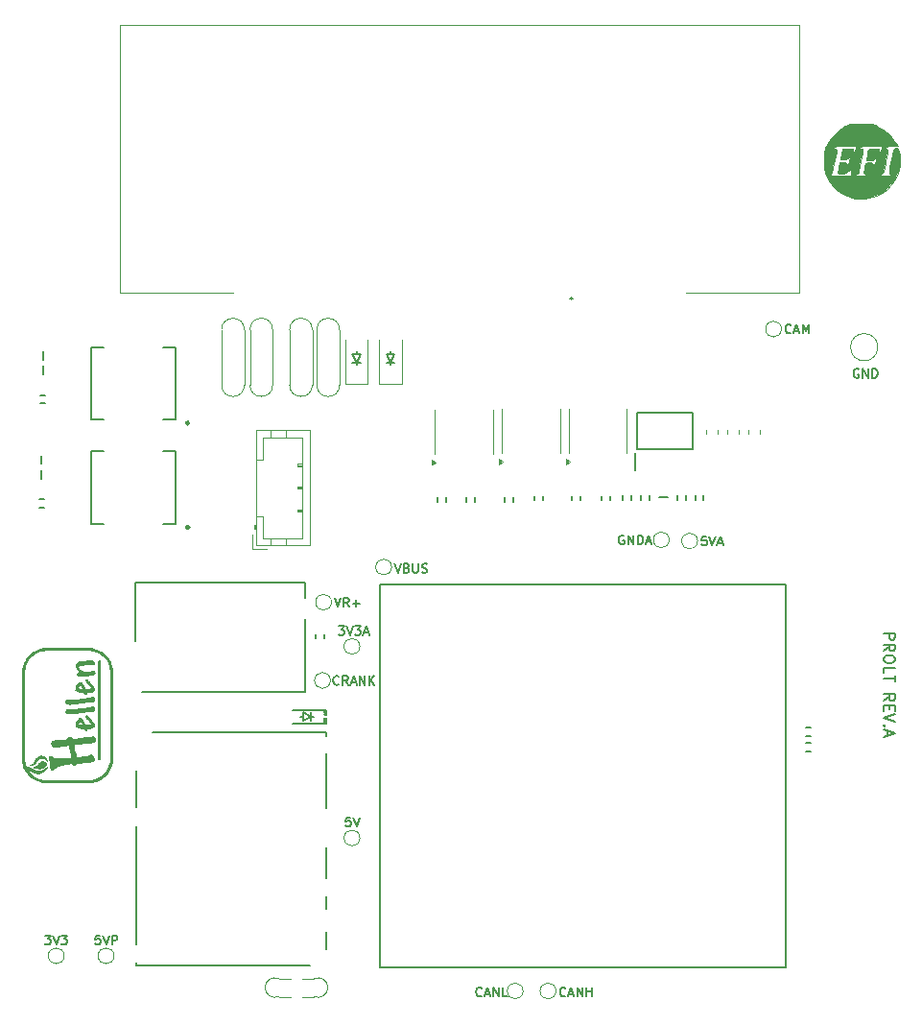
<source format=gto>
G04 #@! TF.GenerationSoftware,KiCad,Pcbnew,8.0.2-8.0.2-0~ubuntu22.04.1*
G04 #@! TF.CreationDate,2024-05-29T14:04:05+00:00*
G04 #@! TF.ProjectId,PROLT,50524f4c-542e-46b6-9963-61645f706362,rev?*
G04 #@! TF.SameCoordinates,Original*
G04 #@! TF.FileFunction,Legend,Top*
G04 #@! TF.FilePolarity,Positive*
%FSLAX46Y46*%
G04 Gerber Fmt 4.6, Leading zero omitted, Abs format (unit mm)*
G04 Created by KiCad (PCBNEW 8.0.2-8.0.2-0~ubuntu22.04.1) date 2024-05-29 14:04:05*
%MOMM*%
%LPD*%
G01*
G04 APERTURE LIST*
%ADD10C,0.150000*%
%ADD11C,0.203200*%
%ADD12C,0.120000*%
%ADD13C,0.200000*%
%ADD14C,0.250000*%
%ADD15C,0.170000*%
%ADD16C,0.100000*%
%ADD17C,0.099060*%
%ADD18C,0.002540*%
%ADD19C,0.000000*%
G04 APERTURE END LIST*
D10*
X29662969Y34155705D02*
X30158207Y34155705D01*
X30158207Y34155705D02*
X29891541Y33850943D01*
X29891541Y33850943D02*
X30005826Y33850943D01*
X30005826Y33850943D02*
X30082017Y33812848D01*
X30082017Y33812848D02*
X30120112Y33774753D01*
X30120112Y33774753D02*
X30158207Y33698562D01*
X30158207Y33698562D02*
X30158207Y33508086D01*
X30158207Y33508086D02*
X30120112Y33431896D01*
X30120112Y33431896D02*
X30082017Y33393800D01*
X30082017Y33393800D02*
X30005826Y33355705D01*
X30005826Y33355705D02*
X29777255Y33355705D01*
X29777255Y33355705D02*
X29701064Y33393800D01*
X29701064Y33393800D02*
X29662969Y33431896D01*
X30386779Y34155705D02*
X30653446Y33355705D01*
X30653446Y33355705D02*
X30920112Y34155705D01*
X31110588Y34155705D02*
X31605826Y34155705D01*
X31605826Y34155705D02*
X31339160Y33850943D01*
X31339160Y33850943D02*
X31453445Y33850943D01*
X31453445Y33850943D02*
X31529636Y33812848D01*
X31529636Y33812848D02*
X31567731Y33774753D01*
X31567731Y33774753D02*
X31605826Y33698562D01*
X31605826Y33698562D02*
X31605826Y33508086D01*
X31605826Y33508086D02*
X31567731Y33431896D01*
X31567731Y33431896D02*
X31529636Y33393800D01*
X31529636Y33393800D02*
X31453445Y33355705D01*
X31453445Y33355705D02*
X31224874Y33355705D01*
X31224874Y33355705D02*
X31148683Y33393800D01*
X31148683Y33393800D02*
X31110588Y33431896D01*
X31910588Y33584277D02*
X32291541Y33584277D01*
X31834398Y33355705D02*
X32101065Y34155705D01*
X32101065Y34155705D02*
X32367731Y33355705D01*
X49696303Y1531896D02*
X49658207Y1493800D01*
X49658207Y1493800D02*
X49543922Y1455705D01*
X49543922Y1455705D02*
X49467731Y1455705D01*
X49467731Y1455705D02*
X49353445Y1493800D01*
X49353445Y1493800D02*
X49277255Y1569991D01*
X49277255Y1569991D02*
X49239160Y1646181D01*
X49239160Y1646181D02*
X49201064Y1798562D01*
X49201064Y1798562D02*
X49201064Y1912848D01*
X49201064Y1912848D02*
X49239160Y2065229D01*
X49239160Y2065229D02*
X49277255Y2141420D01*
X49277255Y2141420D02*
X49353445Y2217610D01*
X49353445Y2217610D02*
X49467731Y2255705D01*
X49467731Y2255705D02*
X49543922Y2255705D01*
X49543922Y2255705D02*
X49658207Y2217610D01*
X49658207Y2217610D02*
X49696303Y2179515D01*
X50001064Y1684277D02*
X50382017Y1684277D01*
X49924874Y1455705D02*
X50191541Y2255705D01*
X50191541Y2255705D02*
X50458207Y1455705D01*
X50724874Y1455705D02*
X50724874Y2255705D01*
X50724874Y2255705D02*
X51182017Y1455705D01*
X51182017Y1455705D02*
X51182017Y2255705D01*
X51562969Y1455705D02*
X51562969Y2255705D01*
X51562969Y1874753D02*
X52020112Y1874753D01*
X52020112Y1455705D02*
X52020112Y2255705D01*
X8620112Y6855705D02*
X8239160Y6855705D01*
X8239160Y6855705D02*
X8201064Y6474753D01*
X8201064Y6474753D02*
X8239160Y6512848D01*
X8239160Y6512848D02*
X8315350Y6550943D01*
X8315350Y6550943D02*
X8505826Y6550943D01*
X8505826Y6550943D02*
X8582017Y6512848D01*
X8582017Y6512848D02*
X8620112Y6474753D01*
X8620112Y6474753D02*
X8658207Y6398562D01*
X8658207Y6398562D02*
X8658207Y6208086D01*
X8658207Y6208086D02*
X8620112Y6131896D01*
X8620112Y6131896D02*
X8582017Y6093800D01*
X8582017Y6093800D02*
X8505826Y6055705D01*
X8505826Y6055705D02*
X8315350Y6055705D01*
X8315350Y6055705D02*
X8239160Y6093800D01*
X8239160Y6093800D02*
X8201064Y6131896D01*
X8886779Y6855705D02*
X9153446Y6055705D01*
X9153446Y6055705D02*
X9420112Y6855705D01*
X9686779Y6055705D02*
X9686779Y6855705D01*
X9686779Y6855705D02*
X9991541Y6855705D01*
X9991541Y6855705D02*
X10067731Y6817610D01*
X10067731Y6817610D02*
X10105826Y6779515D01*
X10105826Y6779515D02*
X10143922Y6703324D01*
X10143922Y6703324D02*
X10143922Y6589039D01*
X10143922Y6589039D02*
X10105826Y6512848D01*
X10105826Y6512848D02*
X10067731Y6474753D01*
X10067731Y6474753D02*
X9991541Y6436658D01*
X9991541Y6436658D02*
X9686779Y6436658D01*
X75558207Y56817610D02*
X75482017Y56855705D01*
X75482017Y56855705D02*
X75367731Y56855705D01*
X75367731Y56855705D02*
X75253445Y56817610D01*
X75253445Y56817610D02*
X75177255Y56741420D01*
X75177255Y56741420D02*
X75139160Y56665229D01*
X75139160Y56665229D02*
X75101064Y56512848D01*
X75101064Y56512848D02*
X75101064Y56398562D01*
X75101064Y56398562D02*
X75139160Y56246181D01*
X75139160Y56246181D02*
X75177255Y56169991D01*
X75177255Y56169991D02*
X75253445Y56093800D01*
X75253445Y56093800D02*
X75367731Y56055705D01*
X75367731Y56055705D02*
X75443922Y56055705D01*
X75443922Y56055705D02*
X75558207Y56093800D01*
X75558207Y56093800D02*
X75596303Y56131896D01*
X75596303Y56131896D02*
X75596303Y56398562D01*
X75596303Y56398562D02*
X75443922Y56398562D01*
X75939160Y56055705D02*
X75939160Y56855705D01*
X75939160Y56855705D02*
X76396303Y56055705D01*
X76396303Y56055705D02*
X76396303Y56855705D01*
X76777255Y56055705D02*
X76777255Y56855705D01*
X76777255Y56855705D02*
X76967731Y56855705D01*
X76967731Y56855705D02*
X77082017Y56817610D01*
X77082017Y56817610D02*
X77158207Y56741420D01*
X77158207Y56741420D02*
X77196302Y56665229D01*
X77196302Y56665229D02*
X77234398Y56512848D01*
X77234398Y56512848D02*
X77234398Y56398562D01*
X77234398Y56398562D02*
X77196302Y56246181D01*
X77196302Y56246181D02*
X77158207Y56169991D01*
X77158207Y56169991D02*
X77082017Y56093800D01*
X77082017Y56093800D02*
X76967731Y56055705D01*
X76967731Y56055705D02*
X76777255Y56055705D01*
X62120112Y42055705D02*
X61739160Y42055705D01*
X61739160Y42055705D02*
X61701064Y41674753D01*
X61701064Y41674753D02*
X61739160Y41712848D01*
X61739160Y41712848D02*
X61815350Y41750943D01*
X61815350Y41750943D02*
X62005826Y41750943D01*
X62005826Y41750943D02*
X62082017Y41712848D01*
X62082017Y41712848D02*
X62120112Y41674753D01*
X62120112Y41674753D02*
X62158207Y41598562D01*
X62158207Y41598562D02*
X62158207Y41408086D01*
X62158207Y41408086D02*
X62120112Y41331896D01*
X62120112Y41331896D02*
X62082017Y41293800D01*
X62082017Y41293800D02*
X62005826Y41255705D01*
X62005826Y41255705D02*
X61815350Y41255705D01*
X61815350Y41255705D02*
X61739160Y41293800D01*
X61739160Y41293800D02*
X61701064Y41331896D01*
X62386779Y42055705D02*
X62653446Y41255705D01*
X62653446Y41255705D02*
X62920112Y42055705D01*
X63148683Y41484277D02*
X63529636Y41484277D01*
X63072493Y41255705D02*
X63339160Y42055705D01*
X63339160Y42055705D02*
X63605826Y41255705D01*
X77780180Y33513221D02*
X78780180Y33513221D01*
X78780180Y33513221D02*
X78780180Y33132269D01*
X78780180Y33132269D02*
X78732561Y33037031D01*
X78732561Y33037031D02*
X78684942Y32989412D01*
X78684942Y32989412D02*
X78589704Y32941793D01*
X78589704Y32941793D02*
X78446847Y32941793D01*
X78446847Y32941793D02*
X78351609Y32989412D01*
X78351609Y32989412D02*
X78303990Y33037031D01*
X78303990Y33037031D02*
X78256371Y33132269D01*
X78256371Y33132269D02*
X78256371Y33513221D01*
X77780180Y31941793D02*
X78256371Y32275126D01*
X77780180Y32513221D02*
X78780180Y32513221D01*
X78780180Y32513221D02*
X78780180Y32132269D01*
X78780180Y32132269D02*
X78732561Y32037031D01*
X78732561Y32037031D02*
X78684942Y31989412D01*
X78684942Y31989412D02*
X78589704Y31941793D01*
X78589704Y31941793D02*
X78446847Y31941793D01*
X78446847Y31941793D02*
X78351609Y31989412D01*
X78351609Y31989412D02*
X78303990Y32037031D01*
X78303990Y32037031D02*
X78256371Y32132269D01*
X78256371Y32132269D02*
X78256371Y32513221D01*
X78780180Y31322745D02*
X78780180Y31132269D01*
X78780180Y31132269D02*
X78732561Y31037031D01*
X78732561Y31037031D02*
X78637323Y30941793D01*
X78637323Y30941793D02*
X78446847Y30894174D01*
X78446847Y30894174D02*
X78113514Y30894174D01*
X78113514Y30894174D02*
X77923038Y30941793D01*
X77923038Y30941793D02*
X77827800Y31037031D01*
X77827800Y31037031D02*
X77780180Y31132269D01*
X77780180Y31132269D02*
X77780180Y31322745D01*
X77780180Y31322745D02*
X77827800Y31417983D01*
X77827800Y31417983D02*
X77923038Y31513221D01*
X77923038Y31513221D02*
X78113514Y31560840D01*
X78113514Y31560840D02*
X78446847Y31560840D01*
X78446847Y31560840D02*
X78637323Y31513221D01*
X78637323Y31513221D02*
X78732561Y31417983D01*
X78732561Y31417983D02*
X78780180Y31322745D01*
X77780180Y29989412D02*
X77780180Y30465602D01*
X77780180Y30465602D02*
X78780180Y30465602D01*
X78780180Y29798935D02*
X78780180Y29227507D01*
X77780180Y29513221D02*
X78780180Y29513221D01*
X77780180Y27560840D02*
X78256371Y27894173D01*
X77780180Y28132268D02*
X78780180Y28132268D01*
X78780180Y28132268D02*
X78780180Y27751316D01*
X78780180Y27751316D02*
X78732561Y27656078D01*
X78732561Y27656078D02*
X78684942Y27608459D01*
X78684942Y27608459D02*
X78589704Y27560840D01*
X78589704Y27560840D02*
X78446847Y27560840D01*
X78446847Y27560840D02*
X78351609Y27608459D01*
X78351609Y27608459D02*
X78303990Y27656078D01*
X78303990Y27656078D02*
X78256371Y27751316D01*
X78256371Y27751316D02*
X78256371Y28132268D01*
X78303990Y27132268D02*
X78303990Y26798935D01*
X77780180Y26656078D02*
X77780180Y27132268D01*
X77780180Y27132268D02*
X78780180Y27132268D01*
X78780180Y27132268D02*
X78780180Y26656078D01*
X78780180Y26370363D02*
X77780180Y26037030D01*
X77780180Y26037030D02*
X78780180Y25703697D01*
X77875419Y25370363D02*
X77827800Y25322744D01*
X77827800Y25322744D02*
X77780180Y25370363D01*
X77780180Y25370363D02*
X77827800Y25417982D01*
X77827800Y25417982D02*
X77875419Y25370363D01*
X77875419Y25370363D02*
X77780180Y25370363D01*
X78065895Y24941792D02*
X78065895Y24465602D01*
X77780180Y25037030D02*
X78780180Y24703697D01*
X78780180Y24703697D02*
X77780180Y24370364D01*
X69596303Y60031896D02*
X69558207Y59993800D01*
X69558207Y59993800D02*
X69443922Y59955705D01*
X69443922Y59955705D02*
X69367731Y59955705D01*
X69367731Y59955705D02*
X69253445Y59993800D01*
X69253445Y59993800D02*
X69177255Y60069991D01*
X69177255Y60069991D02*
X69139160Y60146181D01*
X69139160Y60146181D02*
X69101064Y60298562D01*
X69101064Y60298562D02*
X69101064Y60412848D01*
X69101064Y60412848D02*
X69139160Y60565229D01*
X69139160Y60565229D02*
X69177255Y60641420D01*
X69177255Y60641420D02*
X69253445Y60717610D01*
X69253445Y60717610D02*
X69367731Y60755705D01*
X69367731Y60755705D02*
X69443922Y60755705D01*
X69443922Y60755705D02*
X69558207Y60717610D01*
X69558207Y60717610D02*
X69596303Y60679515D01*
X69901064Y60184277D02*
X70282017Y60184277D01*
X69824874Y59955705D02*
X70091541Y60755705D01*
X70091541Y60755705D02*
X70358207Y59955705D01*
X70624874Y59955705D02*
X70624874Y60755705D01*
X70624874Y60755705D02*
X70891540Y60184277D01*
X70891540Y60184277D02*
X71158207Y60755705D01*
X71158207Y60755705D02*
X71158207Y59955705D01*
X29696303Y29031896D02*
X29658207Y28993800D01*
X29658207Y28993800D02*
X29543922Y28955705D01*
X29543922Y28955705D02*
X29467731Y28955705D01*
X29467731Y28955705D02*
X29353445Y28993800D01*
X29353445Y28993800D02*
X29277255Y29069991D01*
X29277255Y29069991D02*
X29239160Y29146181D01*
X29239160Y29146181D02*
X29201064Y29298562D01*
X29201064Y29298562D02*
X29201064Y29412848D01*
X29201064Y29412848D02*
X29239160Y29565229D01*
X29239160Y29565229D02*
X29277255Y29641420D01*
X29277255Y29641420D02*
X29353445Y29717610D01*
X29353445Y29717610D02*
X29467731Y29755705D01*
X29467731Y29755705D02*
X29543922Y29755705D01*
X29543922Y29755705D02*
X29658207Y29717610D01*
X29658207Y29717610D02*
X29696303Y29679515D01*
X30496303Y28955705D02*
X30229636Y29336658D01*
X30039160Y28955705D02*
X30039160Y29755705D01*
X30039160Y29755705D02*
X30343922Y29755705D01*
X30343922Y29755705D02*
X30420112Y29717610D01*
X30420112Y29717610D02*
X30458207Y29679515D01*
X30458207Y29679515D02*
X30496303Y29603324D01*
X30496303Y29603324D02*
X30496303Y29489039D01*
X30496303Y29489039D02*
X30458207Y29412848D01*
X30458207Y29412848D02*
X30420112Y29374753D01*
X30420112Y29374753D02*
X30343922Y29336658D01*
X30343922Y29336658D02*
X30039160Y29336658D01*
X30801064Y29184277D02*
X31182017Y29184277D01*
X30724874Y28955705D02*
X30991541Y29755705D01*
X30991541Y29755705D02*
X31258207Y28955705D01*
X31524874Y28955705D02*
X31524874Y29755705D01*
X31524874Y29755705D02*
X31982017Y28955705D01*
X31982017Y28955705D02*
X31982017Y29755705D01*
X32362969Y28955705D02*
X32362969Y29755705D01*
X32820112Y28955705D02*
X32477254Y29412848D01*
X32820112Y29755705D02*
X32362969Y29298562D01*
X29324874Y36655705D02*
X29591541Y35855705D01*
X29591541Y35855705D02*
X29858207Y36655705D01*
X30582017Y35855705D02*
X30315350Y36236658D01*
X30124874Y35855705D02*
X30124874Y36655705D01*
X30124874Y36655705D02*
X30429636Y36655705D01*
X30429636Y36655705D02*
X30505826Y36617610D01*
X30505826Y36617610D02*
X30543921Y36579515D01*
X30543921Y36579515D02*
X30582017Y36503324D01*
X30582017Y36503324D02*
X30582017Y36389039D01*
X30582017Y36389039D02*
X30543921Y36312848D01*
X30543921Y36312848D02*
X30505826Y36274753D01*
X30505826Y36274753D02*
X30429636Y36236658D01*
X30429636Y36236658D02*
X30124874Y36236658D01*
X30924874Y36160467D02*
X31534398Y36160467D01*
X31229636Y35855705D02*
X31229636Y36465229D01*
X3762969Y6855705D02*
X4258207Y6855705D01*
X4258207Y6855705D02*
X3991541Y6550943D01*
X3991541Y6550943D02*
X4105826Y6550943D01*
X4105826Y6550943D02*
X4182017Y6512848D01*
X4182017Y6512848D02*
X4220112Y6474753D01*
X4220112Y6474753D02*
X4258207Y6398562D01*
X4258207Y6398562D02*
X4258207Y6208086D01*
X4258207Y6208086D02*
X4220112Y6131896D01*
X4220112Y6131896D02*
X4182017Y6093800D01*
X4182017Y6093800D02*
X4105826Y6055705D01*
X4105826Y6055705D02*
X3877255Y6055705D01*
X3877255Y6055705D02*
X3801064Y6093800D01*
X3801064Y6093800D02*
X3762969Y6131896D01*
X4486779Y6855705D02*
X4753446Y6055705D01*
X4753446Y6055705D02*
X5020112Y6855705D01*
X5210588Y6855705D02*
X5705826Y6855705D01*
X5705826Y6855705D02*
X5439160Y6550943D01*
X5439160Y6550943D02*
X5553445Y6550943D01*
X5553445Y6550943D02*
X5629636Y6512848D01*
X5629636Y6512848D02*
X5667731Y6474753D01*
X5667731Y6474753D02*
X5705826Y6398562D01*
X5705826Y6398562D02*
X5705826Y6208086D01*
X5705826Y6208086D02*
X5667731Y6131896D01*
X5667731Y6131896D02*
X5629636Y6093800D01*
X5629636Y6093800D02*
X5553445Y6055705D01*
X5553445Y6055705D02*
X5324874Y6055705D01*
X5324874Y6055705D02*
X5248683Y6093800D01*
X5248683Y6093800D02*
X5210588Y6131896D01*
X54858207Y42117610D02*
X54782017Y42155705D01*
X54782017Y42155705D02*
X54667731Y42155705D01*
X54667731Y42155705D02*
X54553445Y42117610D01*
X54553445Y42117610D02*
X54477255Y42041420D01*
X54477255Y42041420D02*
X54439160Y41965229D01*
X54439160Y41965229D02*
X54401064Y41812848D01*
X54401064Y41812848D02*
X54401064Y41698562D01*
X54401064Y41698562D02*
X54439160Y41546181D01*
X54439160Y41546181D02*
X54477255Y41469991D01*
X54477255Y41469991D02*
X54553445Y41393800D01*
X54553445Y41393800D02*
X54667731Y41355705D01*
X54667731Y41355705D02*
X54743922Y41355705D01*
X54743922Y41355705D02*
X54858207Y41393800D01*
X54858207Y41393800D02*
X54896303Y41431896D01*
X54896303Y41431896D02*
X54896303Y41698562D01*
X54896303Y41698562D02*
X54743922Y41698562D01*
X55239160Y41355705D02*
X55239160Y42155705D01*
X55239160Y42155705D02*
X55696303Y41355705D01*
X55696303Y41355705D02*
X55696303Y42155705D01*
X56077255Y41355705D02*
X56077255Y42155705D01*
X56077255Y42155705D02*
X56267731Y42155705D01*
X56267731Y42155705D02*
X56382017Y42117610D01*
X56382017Y42117610D02*
X56458207Y42041420D01*
X56458207Y42041420D02*
X56496302Y41965229D01*
X56496302Y41965229D02*
X56534398Y41812848D01*
X56534398Y41812848D02*
X56534398Y41698562D01*
X56534398Y41698562D02*
X56496302Y41546181D01*
X56496302Y41546181D02*
X56458207Y41469991D01*
X56458207Y41469991D02*
X56382017Y41393800D01*
X56382017Y41393800D02*
X56267731Y41355705D01*
X56267731Y41355705D02*
X56077255Y41355705D01*
X56839159Y41584277D02*
X57220112Y41584277D01*
X56762969Y41355705D02*
X57029636Y42155705D01*
X57029636Y42155705D02*
X57296302Y41355705D01*
X34624874Y39655705D02*
X34891541Y38855705D01*
X34891541Y38855705D02*
X35158207Y39655705D01*
X35691540Y39274753D02*
X35805826Y39236658D01*
X35805826Y39236658D02*
X35843921Y39198562D01*
X35843921Y39198562D02*
X35882017Y39122372D01*
X35882017Y39122372D02*
X35882017Y39008086D01*
X35882017Y39008086D02*
X35843921Y38931896D01*
X35843921Y38931896D02*
X35805826Y38893800D01*
X35805826Y38893800D02*
X35729636Y38855705D01*
X35729636Y38855705D02*
X35424874Y38855705D01*
X35424874Y38855705D02*
X35424874Y39655705D01*
X35424874Y39655705D02*
X35691540Y39655705D01*
X35691540Y39655705D02*
X35767731Y39617610D01*
X35767731Y39617610D02*
X35805826Y39579515D01*
X35805826Y39579515D02*
X35843921Y39503324D01*
X35843921Y39503324D02*
X35843921Y39427134D01*
X35843921Y39427134D02*
X35805826Y39350943D01*
X35805826Y39350943D02*
X35767731Y39312848D01*
X35767731Y39312848D02*
X35691540Y39274753D01*
X35691540Y39274753D02*
X35424874Y39274753D01*
X36224874Y39655705D02*
X36224874Y39008086D01*
X36224874Y39008086D02*
X36262969Y38931896D01*
X36262969Y38931896D02*
X36301064Y38893800D01*
X36301064Y38893800D02*
X36377255Y38855705D01*
X36377255Y38855705D02*
X36529636Y38855705D01*
X36529636Y38855705D02*
X36605826Y38893800D01*
X36605826Y38893800D02*
X36643921Y38931896D01*
X36643921Y38931896D02*
X36682017Y39008086D01*
X36682017Y39008086D02*
X36682017Y39655705D01*
X37024873Y38893800D02*
X37139159Y38855705D01*
X37139159Y38855705D02*
X37329635Y38855705D01*
X37329635Y38855705D02*
X37405826Y38893800D01*
X37405826Y38893800D02*
X37443921Y38931896D01*
X37443921Y38931896D02*
X37482016Y39008086D01*
X37482016Y39008086D02*
X37482016Y39084277D01*
X37482016Y39084277D02*
X37443921Y39160467D01*
X37443921Y39160467D02*
X37405826Y39198562D01*
X37405826Y39198562D02*
X37329635Y39236658D01*
X37329635Y39236658D02*
X37177254Y39274753D01*
X37177254Y39274753D02*
X37101064Y39312848D01*
X37101064Y39312848D02*
X37062969Y39350943D01*
X37062969Y39350943D02*
X37024873Y39427134D01*
X37024873Y39427134D02*
X37024873Y39503324D01*
X37024873Y39503324D02*
X37062969Y39579515D01*
X37062969Y39579515D02*
X37101064Y39617610D01*
X37101064Y39617610D02*
X37177254Y39655705D01*
X37177254Y39655705D02*
X37367731Y39655705D01*
X37367731Y39655705D02*
X37482016Y39617610D01*
X42296303Y1531896D02*
X42258207Y1493800D01*
X42258207Y1493800D02*
X42143922Y1455705D01*
X42143922Y1455705D02*
X42067731Y1455705D01*
X42067731Y1455705D02*
X41953445Y1493800D01*
X41953445Y1493800D02*
X41877255Y1569991D01*
X41877255Y1569991D02*
X41839160Y1646181D01*
X41839160Y1646181D02*
X41801064Y1798562D01*
X41801064Y1798562D02*
X41801064Y1912848D01*
X41801064Y1912848D02*
X41839160Y2065229D01*
X41839160Y2065229D02*
X41877255Y2141420D01*
X41877255Y2141420D02*
X41953445Y2217610D01*
X41953445Y2217610D02*
X42067731Y2255705D01*
X42067731Y2255705D02*
X42143922Y2255705D01*
X42143922Y2255705D02*
X42258207Y2217610D01*
X42258207Y2217610D02*
X42296303Y2179515D01*
X42601064Y1684277D02*
X42982017Y1684277D01*
X42524874Y1455705D02*
X42791541Y2255705D01*
X42791541Y2255705D02*
X43058207Y1455705D01*
X43324874Y1455705D02*
X43324874Y2255705D01*
X43324874Y2255705D02*
X43782017Y1455705D01*
X43782017Y1455705D02*
X43782017Y2255705D01*
X44543921Y1455705D02*
X44162969Y1455705D01*
X44162969Y1455705D02*
X44162969Y2255705D01*
X30720112Y17255705D02*
X30339160Y17255705D01*
X30339160Y17255705D02*
X30301064Y16874753D01*
X30301064Y16874753D02*
X30339160Y16912848D01*
X30339160Y16912848D02*
X30415350Y16950943D01*
X30415350Y16950943D02*
X30605826Y16950943D01*
X30605826Y16950943D02*
X30682017Y16912848D01*
X30682017Y16912848D02*
X30720112Y16874753D01*
X30720112Y16874753D02*
X30758207Y16798562D01*
X30758207Y16798562D02*
X30758207Y16608086D01*
X30758207Y16608086D02*
X30720112Y16531896D01*
X30720112Y16531896D02*
X30682017Y16493800D01*
X30682017Y16493800D02*
X30605826Y16455705D01*
X30605826Y16455705D02*
X30415350Y16455705D01*
X30415350Y16455705D02*
X30339160Y16493800D01*
X30339160Y16493800D02*
X30301064Y16531896D01*
X30986779Y17255705D02*
X31253446Y16455705D01*
X31253446Y16455705D02*
X31520112Y17255705D01*
D11*
G04 #@! TO.C,R9*
X38415005Y45123405D02*
X38415015Y45523405D01*
X39160840Y45122349D02*
X39160851Y45522348D01*
D12*
G04 #@! TO.C,TP1*
X29050000Y36250000D02*
G75*
G02*
X27650000Y36250000I-700000J0D01*
G01*
X27650000Y36250000D02*
G75*
G02*
X29050000Y36250000I700000J0D01*
G01*
D13*
G04 #@! TO.C,C1*
X57965014Y45500000D02*
X58714999Y45500000D01*
G04 #@! TO.C,C26*
X3459999Y49199986D02*
X3459999Y48450001D01*
D11*
G04 #@! TO.C,R15*
X71350000Y23075005D02*
X70950000Y23075015D01*
X71351056Y23820840D02*
X70951057Y23820851D01*
D12*
G04 #@! TO.C,F7*
X27750000Y60250000D02*
X27750000Y55400000D01*
X29750000Y60250000D02*
X29750000Y55400000D01*
X27750000Y60300000D02*
G75*
G02*
X29750000Y60300000I1000000J0D01*
G01*
X29750000Y55400000D02*
G75*
G02*
X27750000Y55400000I-1000000J0D01*
G01*
G04 #@! TO.C,TP11*
X5450000Y5050000D02*
G75*
G02*
X4050000Y5050000I-700000J0D01*
G01*
X4050000Y5050000D02*
G75*
G02*
X5450000Y5050000I700000J0D01*
G01*
G04 #@! TO.C,U3*
X49990000Y51350000D02*
X49990000Y53300000D01*
X49990000Y51350000D02*
X49990000Y49400000D01*
X55110000Y51350000D02*
X55110000Y53300000D01*
X55110000Y51350000D02*
X55110000Y49400000D01*
X50085000Y48650000D02*
X49755000Y48410000D01*
X49755000Y48890000D01*
X50085000Y48650000D01*
G36*
X50085000Y48650000D02*
G01*
X49755000Y48410000D01*
X49755000Y48890000D01*
X50085000Y48650000D01*
G37*
D13*
G04 #@! TO.C,IC1*
X55870000Y47900000D02*
X55870000Y49425000D01*
X56000000Y52975000D02*
X60900000Y52975000D01*
X56000000Y49775000D02*
X56000000Y52975000D01*
X60900000Y52975000D02*
X60900000Y49775000D01*
X60900000Y49775000D02*
X56000000Y49775000D01*
D11*
G04 #@! TO.C,R12*
X3650000Y44575005D02*
X3250000Y44575015D01*
X3651056Y45320840D02*
X3251057Y45320851D01*
D13*
G04 #@! TO.C,C13*
X3559999Y58399986D02*
X3559999Y57650001D01*
D11*
G04 #@! TO.C,R14*
X70948944Y24479160D02*
X71348943Y24479149D01*
X70950000Y25224995D02*
X71350000Y25224985D01*
D12*
G04 #@! TO.C,TP9*
X9850000Y5050000D02*
G75*
G02*
X8450000Y5050000I-700000J0D01*
G01*
X8450000Y5050000D02*
G75*
G02*
X9850000Y5050000I700000J0D01*
G01*
D13*
G04 #@! TO.C,IC3*
X7800000Y49550000D02*
X8950000Y49550000D01*
X7800000Y43150000D02*
X7800000Y49550000D01*
X8950000Y43150000D02*
X7800000Y43150000D01*
X14150000Y49550000D02*
X15300000Y49550000D01*
X15300000Y49550000D02*
X15300000Y43150000D01*
X15300000Y43150000D02*
X14150000Y43150000D01*
D14*
X16475000Y42850000D02*
G75*
G02*
X16225000Y42850000I-125000J0D01*
G01*
X16225000Y42850000D02*
G75*
G02*
X16475000Y42850000I125000J0D01*
G01*
D15*
G04 #@! TO.C,D3*
X26548502Y26512502D02*
X26548502Y25812502D01*
X26548502Y26162502D02*
X26248502Y26162502D01*
X27248502Y26512502D02*
X27248502Y25812502D01*
X27248502Y26162502D02*
X26548502Y26512502D01*
X27248502Y26162502D02*
X26548502Y25812502D01*
X27448502Y26162502D02*
X27248502Y26162502D01*
D10*
X28448502Y26712502D02*
X28449499Y26316497D01*
X28448502Y26008507D02*
X28448502Y25562502D01*
X28576499Y26737497D02*
X25648502Y26737497D01*
X28576499Y26737497D02*
X28576499Y26316497D01*
X28576499Y26416502D02*
X28448502Y26416502D01*
X28576499Y26008507D02*
X28576499Y25562502D01*
X28576499Y25908502D02*
X28449499Y25908502D01*
X28576499Y25562502D02*
X25648501Y25562502D01*
D12*
G04 #@! TO.C,TP14*
X58850000Y41750000D02*
G75*
G02*
X57450000Y41750000I-700000J0D01*
G01*
X57450000Y41750000D02*
G75*
G02*
X58850000Y41750000I700000J0D01*
G01*
D13*
G04 #@! TO.C,C27*
X3459999Y47899986D02*
X3459999Y47150001D01*
D11*
G04 #@! TO.C,R13*
X27675005Y33050000D02*
X27675015Y33450000D01*
X28420840Y33048944D02*
X28420851Y33448943D01*
D12*
G04 #@! TO.C,J2*
X22090000Y42240000D02*
X22090000Y40990000D01*
X22090000Y40990000D02*
X23340000Y40990000D01*
X22190000Y43050000D02*
X22190000Y42750000D01*
X22190000Y42750000D02*
X22390000Y42750000D01*
X22290000Y43050000D02*
X22290000Y42750000D01*
X22390000Y51410000D02*
X22390000Y41290000D01*
X22390000Y43850000D02*
X23000000Y43850000D01*
X22390000Y43050000D02*
X22190000Y43050000D01*
X22390000Y41290000D02*
X27110000Y41290000D01*
X23000000Y50800000D02*
X23000000Y48850000D01*
X23000000Y48850000D02*
X22390000Y48850000D01*
X23000000Y43850000D02*
X23000000Y41900000D01*
X23000000Y41900000D02*
X26500000Y41900000D01*
X23700000Y51410000D02*
X23700000Y50800000D01*
X23700000Y41290000D02*
X23700000Y41900000D01*
X25000000Y51410000D02*
X25000000Y50800000D01*
X25000000Y41290000D02*
X25000000Y41900000D01*
X26000000Y48450000D02*
X26500000Y48450000D01*
X26000000Y48250000D02*
X26000000Y48450000D01*
X26000000Y46450000D02*
X26500000Y46450000D01*
X26000000Y46250000D02*
X26000000Y46450000D01*
X26000000Y44450000D02*
X26500000Y44450000D01*
X26000000Y44250000D02*
X26000000Y44450000D01*
X26500000Y50800000D02*
X23000000Y50800000D01*
X26500000Y48350000D02*
X26000000Y48350000D01*
X26500000Y48250000D02*
X26000000Y48250000D01*
X26500000Y46350000D02*
X26000000Y46350000D01*
X26500000Y46250000D02*
X26000000Y46250000D01*
X26500000Y44350000D02*
X26000000Y44350000D01*
X26500000Y44250000D02*
X26000000Y44250000D01*
X26500000Y41900000D02*
X26500000Y50800000D01*
X27110000Y51410000D02*
X22390000Y51410000D01*
X27110000Y41290000D02*
X27110000Y51410000D01*
D13*
G04 #@! TO.C,M1*
X33350000Y4050000D02*
X33350000Y37850010D01*
X69149990Y37850010D02*
X33350000Y37850010D01*
X69149990Y4050000D02*
X33350000Y4050000D01*
X69149990Y4050000D02*
X69149990Y37850000D01*
D11*
G04 #@! TO.C,R4*
X52875005Y45225000D02*
X52875015Y45625000D01*
X53620840Y45223944D02*
X53620851Y45623943D01*
D12*
G04 #@! TO.C,TP3*
X28950000Y29350000D02*
G75*
G02*
X27550000Y29350000I-700000J0D01*
G01*
X27550000Y29350000D02*
G75*
G02*
X28950000Y29350000I700000J0D01*
G01*
D11*
G04 #@! TO.C,R5*
X54775005Y45275000D02*
X54775015Y45675000D01*
X55520840Y45273944D02*
X55520851Y45673943D01*
G04 #@! TO.C,R1*
X44355005Y45125000D02*
X44355015Y45525000D01*
X45100840Y45123944D02*
X45100851Y45523943D01*
D12*
G04 #@! TO.C,TP12*
X31550000Y32350000D02*
G75*
G02*
X30150000Y32350000I-700000J0D01*
G01*
X30150000Y32350000D02*
G75*
G02*
X31550000Y32350000I700000J0D01*
G01*
D16*
G04 #@! TO.C,J1*
X10350000Y63550000D02*
X20350000Y63550000D01*
X10395000Y87200000D02*
X10350000Y63550000D01*
D13*
X50100000Y63050000D02*
X50100000Y63050000D01*
X50300000Y63050000D02*
X50300000Y63050000D01*
D16*
X60350000Y63550000D02*
X70305000Y63550000D01*
X70305000Y87200000D02*
X10395000Y87200000D01*
X70305000Y63550000D02*
X70305000Y87200000D01*
D13*
X50100000Y63050000D02*
G75*
G02*
X50300000Y63050000I100000J0D01*
G01*
X50300000Y63050000D02*
G75*
G02*
X50100000Y63050000I-100000J0D01*
G01*
G04 #@! TO.C,IC2*
X7800000Y58750000D02*
X8950000Y58750000D01*
X7800000Y52350000D02*
X7800000Y58750000D01*
X8950000Y52350000D02*
X7800000Y52350000D01*
X14150000Y58750000D02*
X15300000Y58750000D01*
X15300000Y58750000D02*
X15300000Y52350000D01*
X15300000Y52350000D02*
X14150000Y52350000D01*
D14*
X16475000Y52050000D02*
G75*
G02*
X16225000Y52050000I-125000J0D01*
G01*
X16225000Y52050000D02*
G75*
G02*
X16475000Y52050000I125000J0D01*
G01*
D12*
G04 #@! TO.C,TP5*
X48850000Y1950000D02*
G75*
G02*
X47450000Y1950000I-700000J0D01*
G01*
X47450000Y1950000D02*
G75*
G02*
X48850000Y1950000I700000J0D01*
G01*
G04 #@! TO.C,TP6*
X45950000Y1950000D02*
G75*
G02*
X44550000Y1950000I-700000J0D01*
G01*
X44550000Y1950000D02*
G75*
G02*
X45950000Y1950000I700000J0D01*
G01*
G04 #@! TO.C,TP4*
X68750000Y60350000D02*
G75*
G02*
X67350000Y60350000I-700000J0D01*
G01*
X67350000Y60350000D02*
G75*
G02*
X68750000Y60350000I700000J0D01*
G01*
G04 #@! TO.C,F2*
X64005000Y51450279D02*
X64005000Y51124721D01*
X65025000Y51450279D02*
X65025000Y51124721D01*
G04 #@! TO.C,U4*
X38165000Y51300000D02*
X38165000Y53250000D01*
X38165000Y51300000D02*
X38165000Y49350000D01*
X43285000Y51300000D02*
X43285000Y53250000D01*
X43285000Y51300000D02*
X43285000Y49350000D01*
X38260000Y48600000D02*
X37930000Y48360000D01*
X37930000Y48840000D01*
X38260000Y48600000D01*
G36*
X38260000Y48600000D02*
G01*
X37930000Y48360000D01*
X37930000Y48840000D01*
X38260000Y48600000D01*
G37*
G04 #@! TO.C,F5*
X21850000Y60250000D02*
X21850000Y55400000D01*
X23850000Y60250000D02*
X23850000Y55400000D01*
X21850000Y60300000D02*
G75*
G02*
X23850000Y60300000I1000000J0D01*
G01*
X23850000Y55400000D02*
G75*
G02*
X21850000Y55400000I-1000000J0D01*
G01*
G04 #@! TO.C,TP10*
X61350000Y41650000D02*
G75*
G02*
X59950000Y41650000I-700000J0D01*
G01*
X59950000Y41650000D02*
G75*
G02*
X61350000Y41650000I700000J0D01*
G01*
D17*
G04 #@! TO.C,R16*
X24426000Y3050000D02*
X25442000Y3050000D01*
X25442000Y1450000D02*
X24426000Y1450000D01*
X26458000Y3050000D02*
X27474000Y3050000D01*
X27474000Y1450000D02*
X26458000Y1450000D01*
D12*
X24366398Y1446505D02*
G75*
G02*
X24375000Y3050000I-321398J803495D01*
G01*
X27525000Y3050000D02*
G75*
G02*
X27529000Y1448362I330000J-800000D01*
G01*
D11*
G04 #@! TO.C,R11*
X3750000Y53775005D02*
X3350000Y53775015D01*
X3751056Y54520840D02*
X3351057Y54520851D01*
D12*
G04 #@! TO.C,TP8*
X31550000Y15450000D02*
G75*
G02*
X30150000Y15450000I-700000J0D01*
G01*
X30150000Y15450000D02*
G75*
G02*
X31550000Y15450000I700000J0D01*
G01*
G04 #@! TO.C,D2*
X30250000Y55500000D02*
X30250000Y59400000D01*
X30250000Y55500000D02*
X32250000Y55500000D01*
D15*
X31250000Y58100000D02*
X31250000Y58400000D01*
X31250000Y57400000D02*
X30900000Y58100000D01*
X31250000Y57400000D02*
X31600000Y58100000D01*
X31250000Y57200000D02*
X31250000Y57400000D01*
X31600000Y58100000D02*
X30900000Y58100000D01*
X31600000Y57400000D02*
X30900000Y57400000D01*
D12*
X32250000Y55500000D02*
X32250000Y59400000D01*
G04 #@! TO.C,F4*
X19350000Y60250000D02*
X19350000Y55400000D01*
X21350000Y60250000D02*
X21350000Y55400000D01*
X19350000Y60300000D02*
G75*
G02*
X21350000Y60300000I1000000J0D01*
G01*
X21350000Y55400000D02*
G75*
G02*
X19350000Y55400000I-1000000J0D01*
G01*
G04 #@! TO.C,TP7*
X34350000Y39350000D02*
G75*
G02*
X32950000Y39350000I-700000J0D01*
G01*
X32950000Y39350000D02*
G75*
G02*
X34350000Y39350000I700000J0D01*
G01*
G04 #@! TO.C,D1*
X33250000Y55500000D02*
X33250000Y59400000D01*
X33250000Y55500000D02*
X35250000Y55500000D01*
D15*
X34250000Y58100000D02*
X34250000Y58400000D01*
X34250000Y57400000D02*
X33900000Y58100000D01*
X34250000Y57400000D02*
X34600000Y58100000D01*
X34250000Y57200000D02*
X34250000Y57400000D01*
X34600000Y58100000D02*
X33900000Y58100000D01*
X34600000Y57400000D02*
X33900000Y57400000D01*
D12*
X35250000Y55500000D02*
X35250000Y59400000D01*
G04 #@! TO.C,U2*
X44090000Y51350000D02*
X44090000Y53300000D01*
X44090000Y51350000D02*
X44090000Y49400000D01*
X49210000Y51350000D02*
X49210000Y53300000D01*
X49210000Y51350000D02*
X49210000Y49400000D01*
X44185000Y48650000D02*
X43855000Y48410000D01*
X43855000Y48890000D01*
X44185000Y48650000D01*
G36*
X44185000Y48650000D02*
G01*
X43855000Y48410000D01*
X43855000Y48890000D01*
X44185000Y48650000D01*
G37*
G04 #@! TO.C,F3*
X65805000Y51462779D02*
X65805000Y51137221D01*
X66825000Y51462779D02*
X66825000Y51137221D01*
D11*
G04 #@! TO.C,R7*
X61140005Y45300000D02*
X61140015Y45700000D01*
X61885840Y45298944D02*
X61885851Y45698943D01*
G04 #@! TO.C,R8*
X59540005Y45300000D02*
X59540015Y45700000D01*
X60285840Y45298944D02*
X60285851Y45698943D01*
G04 #@! TO.C,R2*
X46955005Y45225000D02*
X46955015Y45625000D01*
X47700840Y45223944D02*
X47700851Y45623943D01*
D12*
G04 #@! TO.C,F6*
X25350000Y60250000D02*
X25350000Y55400000D01*
X27350000Y60250000D02*
X27350000Y55400000D01*
X25350000Y60300000D02*
G75*
G02*
X27350000Y60300000I1000000J0D01*
G01*
X27350000Y55400000D02*
G75*
G02*
X25350000Y55400000I-1000000J0D01*
G01*
D11*
G04 #@! TO.C,R3*
X50275005Y45225000D02*
X50275015Y45625000D01*
X51020840Y45223944D02*
X51020851Y45623943D01*
D13*
G04 #@! TO.C,C14*
X3559999Y57099986D02*
X3559999Y56350001D01*
D18*
G04 #@! TO.C,G1*
X76228460Y78490100D02*
X76530720Y78474860D01*
X76759320Y78439300D01*
X76967600Y78373260D01*
X77203820Y78266580D01*
X77290180Y78223400D01*
X77826120Y77885580D01*
X78329040Y77438540D01*
X78737980Y76933080D01*
X78806560Y76821320D01*
X78997060Y76503820D01*
X78489060Y76503820D01*
X78176640Y76491120D01*
X77998840Y76445400D01*
X77935340Y76379360D01*
X77950580Y76270140D01*
X78021700Y76252360D01*
X78113140Y76209180D01*
X78115680Y76056780D01*
X78108060Y76018680D01*
X78072500Y75835800D01*
X78019160Y75536080D01*
X77950580Y75167780D01*
X77912480Y74946800D01*
X77833740Y74545480D01*
X77765160Y74283860D01*
X77696580Y74134000D01*
X77620380Y74073040D01*
X77610220Y74070500D01*
X77597520Y74065420D01*
X77465440Y74009540D01*
X77473060Y73951120D01*
X77612760Y73905400D01*
X77869300Y73882540D01*
X77965820Y73880000D01*
X78237600Y73892700D01*
X78420480Y73925720D01*
X78473820Y73963820D01*
X78405240Y74040020D01*
X78346820Y74050180D01*
X78285860Y74055260D01*
X78247760Y74085740D01*
X78237600Y74167020D01*
X78252840Y74327040D01*
X78296020Y74588660D01*
X78372220Y74977280D01*
X78423020Y75231280D01*
X78527160Y75713880D01*
X78623680Y76044080D01*
X78704960Y76214260D01*
X78735440Y76237120D01*
X78882760Y76331100D01*
X78913240Y76366660D01*
X78976740Y76374280D01*
X79050400Y76242200D01*
X79124060Y76000900D01*
X79185020Y75683400D01*
X79202800Y75546240D01*
X79200260Y74850280D01*
X79045320Y74159400D01*
X78745600Y73506620D01*
X78316340Y72930040D01*
X78163940Y72772560D01*
X77650860Y72356000D01*
X77125080Y72079140D01*
X76538340Y71924200D01*
X75977000Y71875940D01*
X75382640Y71881020D01*
X74922900Y71949600D01*
X74793360Y71985160D01*
X74115180Y72287420D01*
X73528440Y72731920D01*
X73030600Y73318660D01*
X72741040Y73803800D01*
X72662891Y73963820D01*
X72929000Y73963820D01*
X72984880Y73925720D01*
X73200780Y73897780D01*
X73571620Y73882540D01*
X73896740Y73880000D01*
X74917820Y73880000D01*
X74917820Y73963820D01*
X75258180Y73963820D01*
X75334380Y73920640D01*
X75535040Y73890160D01*
X75766180Y73880000D01*
X76035420Y73892700D01*
X76218300Y73925720D01*
X76274180Y73963820D01*
X76203060Y74037480D01*
X76137020Y74050180D01*
X76055740Y74075580D01*
X76030340Y74182260D01*
X76053200Y74408320D01*
X76058280Y74441340D01*
X76104000Y74702960D01*
X76147180Y74901080D01*
X76162420Y74949340D01*
X76258940Y75020460D01*
X76434200Y75061100D01*
X76624700Y75061100D01*
X76756780Y75023000D01*
X76782180Y74979820D01*
X76822820Y74890920D01*
X76916800Y74908700D01*
X77015860Y75012840D01*
X77059040Y75129680D01*
X77079360Y75343040D01*
X77028560Y75404000D01*
X76932040Y75335420D01*
X76782180Y75266840D01*
X76558660Y75236360D01*
X76540880Y75233820D01*
X76251320Y75233820D01*
X76309740Y75675780D01*
X76350380Y75937400D01*
X76391020Y76127900D01*
X76408800Y76183780D01*
X76510400Y76219340D01*
X76728840Y76244740D01*
X76921880Y76249820D01*
X77191120Y76242200D01*
X77323200Y76211720D01*
X77351140Y76150760D01*
X77343520Y76125360D01*
X77353680Y76013600D01*
X77409560Y75995820D01*
X77501000Y76072020D01*
X77559420Y76247280D01*
X77561960Y76249820D01*
X77597520Y76503820D01*
X76639940Y76503820D01*
X76215760Y76501280D01*
X75933820Y76488580D01*
X75768720Y76463180D01*
X75695060Y76422540D01*
X75679820Y76376820D01*
X75748400Y76265060D01*
X75806820Y76249820D01*
X75865240Y76254900D01*
X75903340Y76247280D01*
X75918580Y76204100D01*
X75910960Y76099960D01*
X75875400Y75904380D01*
X75814440Y75597040D01*
X75723000Y75150000D01*
X75641720Y74753760D01*
X75575680Y74421020D01*
X75529960Y74187340D01*
X75512180Y74083200D01*
X75512180Y74080660D01*
X75441060Y74052720D01*
X75385180Y74050180D01*
X75311520Y74022240D01*
X75270880Y74004460D01*
X75258180Y73963820D01*
X74917820Y73963820D01*
X74917820Y74134000D01*
X74879720Y74337200D01*
X74790820Y74388000D01*
X74679060Y74324500D01*
X74663820Y74268620D01*
X74590160Y74200040D01*
X74404740Y74131460D01*
X74171060Y74078120D01*
X73945000Y74050180D01*
X73787520Y74062880D01*
X73759580Y74080660D01*
X73744340Y74182260D01*
X73751960Y74400700D01*
X73772280Y74596280D01*
X73830700Y75066180D01*
X74163440Y75066180D01*
X74371720Y75045860D01*
X74488560Y74992520D01*
X74496180Y74974740D01*
X74529200Y74890920D01*
X74605400Y74926480D01*
X74694300Y75045860D01*
X74757800Y75218580D01*
X74757800Y75221120D01*
X74775580Y75414160D01*
X74719700Y75487820D01*
X74696840Y75487820D01*
X74590160Y75439560D01*
X74580000Y75404000D01*
X74503800Y75350660D01*
X74318380Y75320180D01*
X74254880Y75320180D01*
X73932300Y75320180D01*
X74016120Y75785000D01*
X74099940Y76252360D01*
X74602860Y76249820D01*
X74884800Y76244740D01*
X75029580Y76216800D01*
X75065140Y76158380D01*
X75057520Y76122820D01*
X75067680Y76013600D01*
X75123560Y75995820D01*
X75215000Y76072020D01*
X75273420Y76247280D01*
X75275960Y76249820D01*
X75311520Y76503820D01*
X74353940Y76503820D01*
X73929760Y76501280D01*
X73647820Y76488580D01*
X73482720Y76463180D01*
X73409060Y76422540D01*
X73393820Y76376820D01*
X73462400Y76267600D01*
X73525900Y76249820D01*
X73622420Y76193940D01*
X73617340Y76102500D01*
X73584320Y75962800D01*
X73525900Y75696100D01*
X73454780Y75345580D01*
X73386200Y75002680D01*
X73284600Y74525160D01*
X73193160Y74210200D01*
X73116960Y74062880D01*
X73091560Y74050180D01*
X72951860Y73991760D01*
X72929000Y73963820D01*
X72662891Y73963820D01*
X72634360Y74022240D01*
X72565780Y74220360D01*
X72527680Y74441340D01*
X72509900Y74730900D01*
X72504820Y75139840D01*
X72504820Y75193180D01*
X72509900Y75617360D01*
X72525140Y75922160D01*
X72563240Y76153300D01*
X72629280Y76361580D01*
X72733420Y76592720D01*
X72748660Y76618120D01*
X73081400Y77146440D01*
X73533520Y77644280D01*
X74051680Y78055760D01*
X74374260Y78243720D01*
X74613020Y78352940D01*
X74818760Y78426600D01*
X75044820Y78467240D01*
X75334380Y78487560D01*
X75740780Y78492640D01*
X75809360Y78492640D01*
X76228460Y78490100D01*
G36*
X76228460Y78490100D02*
G01*
X76530720Y78474860D01*
X76759320Y78439300D01*
X76967600Y78373260D01*
X77203820Y78266580D01*
X77290180Y78223400D01*
X77826120Y77885580D01*
X78329040Y77438540D01*
X78737980Y76933080D01*
X78806560Y76821320D01*
X78997060Y76503820D01*
X78489060Y76503820D01*
X78176640Y76491120D01*
X77998840Y76445400D01*
X77935340Y76379360D01*
X77950580Y76270140D01*
X78021700Y76252360D01*
X78113140Y76209180D01*
X78115680Y76056780D01*
X78108060Y76018680D01*
X78072500Y75835800D01*
X78019160Y75536080D01*
X77950580Y75167780D01*
X77912480Y74946800D01*
X77833740Y74545480D01*
X77765160Y74283860D01*
X77696580Y74134000D01*
X77620380Y74073040D01*
X77610220Y74070500D01*
X77597520Y74065420D01*
X77465440Y74009540D01*
X77473060Y73951120D01*
X77612760Y73905400D01*
X77869300Y73882540D01*
X77965820Y73880000D01*
X78237600Y73892700D01*
X78420480Y73925720D01*
X78473820Y73963820D01*
X78405240Y74040020D01*
X78346820Y74050180D01*
X78285860Y74055260D01*
X78247760Y74085740D01*
X78237600Y74167020D01*
X78252840Y74327040D01*
X78296020Y74588660D01*
X78372220Y74977280D01*
X78423020Y75231280D01*
X78527160Y75713880D01*
X78623680Y76044080D01*
X78704960Y76214260D01*
X78735440Y76237120D01*
X78882760Y76331100D01*
X78913240Y76366660D01*
X78976740Y76374280D01*
X79050400Y76242200D01*
X79124060Y76000900D01*
X79185020Y75683400D01*
X79202800Y75546240D01*
X79200260Y74850280D01*
X79045320Y74159400D01*
X78745600Y73506620D01*
X78316340Y72930040D01*
X78163940Y72772560D01*
X77650860Y72356000D01*
X77125080Y72079140D01*
X76538340Y71924200D01*
X75977000Y71875940D01*
X75382640Y71881020D01*
X74922900Y71949600D01*
X74793360Y71985160D01*
X74115180Y72287420D01*
X73528440Y72731920D01*
X73030600Y73318660D01*
X72741040Y73803800D01*
X72662891Y73963820D01*
X72929000Y73963820D01*
X72984880Y73925720D01*
X73200780Y73897780D01*
X73571620Y73882540D01*
X73896740Y73880000D01*
X74917820Y73880000D01*
X74917820Y73963820D01*
X75258180Y73963820D01*
X75334380Y73920640D01*
X75535040Y73890160D01*
X75766180Y73880000D01*
X76035420Y73892700D01*
X76218300Y73925720D01*
X76274180Y73963820D01*
X76203060Y74037480D01*
X76137020Y74050180D01*
X76055740Y74075580D01*
X76030340Y74182260D01*
X76053200Y74408320D01*
X76058280Y74441340D01*
X76104000Y74702960D01*
X76147180Y74901080D01*
X76162420Y74949340D01*
X76258940Y75020460D01*
X76434200Y75061100D01*
X76624700Y75061100D01*
X76756780Y75023000D01*
X76782180Y74979820D01*
X76822820Y74890920D01*
X76916800Y74908700D01*
X77015860Y75012840D01*
X77059040Y75129680D01*
X77079360Y75343040D01*
X77028560Y75404000D01*
X76932040Y75335420D01*
X76782180Y75266840D01*
X76558660Y75236360D01*
X76540880Y75233820D01*
X76251320Y75233820D01*
X76309740Y75675780D01*
X76350380Y75937400D01*
X76391020Y76127900D01*
X76408800Y76183780D01*
X76510400Y76219340D01*
X76728840Y76244740D01*
X76921880Y76249820D01*
X77191120Y76242200D01*
X77323200Y76211720D01*
X77351140Y76150760D01*
X77343520Y76125360D01*
X77353680Y76013600D01*
X77409560Y75995820D01*
X77501000Y76072020D01*
X77559420Y76247280D01*
X77561960Y76249820D01*
X77597520Y76503820D01*
X76639940Y76503820D01*
X76215760Y76501280D01*
X75933820Y76488580D01*
X75768720Y76463180D01*
X75695060Y76422540D01*
X75679820Y76376820D01*
X75748400Y76265060D01*
X75806820Y76249820D01*
X75865240Y76254900D01*
X75903340Y76247280D01*
X75918580Y76204100D01*
X75910960Y76099960D01*
X75875400Y75904380D01*
X75814440Y75597040D01*
X75723000Y75150000D01*
X75641720Y74753760D01*
X75575680Y74421020D01*
X75529960Y74187340D01*
X75512180Y74083200D01*
X75512180Y74080660D01*
X75441060Y74052720D01*
X75385180Y74050180D01*
X75311520Y74022240D01*
X75270880Y74004460D01*
X75258180Y73963820D01*
X74917820Y73963820D01*
X74917820Y74134000D01*
X74879720Y74337200D01*
X74790820Y74388000D01*
X74679060Y74324500D01*
X74663820Y74268620D01*
X74590160Y74200040D01*
X74404740Y74131460D01*
X74171060Y74078120D01*
X73945000Y74050180D01*
X73787520Y74062880D01*
X73759580Y74080660D01*
X73744340Y74182260D01*
X73751960Y74400700D01*
X73772280Y74596280D01*
X73830700Y75066180D01*
X74163440Y75066180D01*
X74371720Y75045860D01*
X74488560Y74992520D01*
X74496180Y74974740D01*
X74529200Y74890920D01*
X74605400Y74926480D01*
X74694300Y75045860D01*
X74757800Y75218580D01*
X74757800Y75221120D01*
X74775580Y75414160D01*
X74719700Y75487820D01*
X74696840Y75487820D01*
X74590160Y75439560D01*
X74580000Y75404000D01*
X74503800Y75350660D01*
X74318380Y75320180D01*
X74254880Y75320180D01*
X73932300Y75320180D01*
X74016120Y75785000D01*
X74099940Y76252360D01*
X74602860Y76249820D01*
X74884800Y76244740D01*
X75029580Y76216800D01*
X75065140Y76158380D01*
X75057520Y76122820D01*
X75067680Y76013600D01*
X75123560Y75995820D01*
X75215000Y76072020D01*
X75273420Y76247280D01*
X75275960Y76249820D01*
X75311520Y76503820D01*
X74353940Y76503820D01*
X73929760Y76501280D01*
X73647820Y76488580D01*
X73482720Y76463180D01*
X73409060Y76422540D01*
X73393820Y76376820D01*
X73462400Y76267600D01*
X73525900Y76249820D01*
X73622420Y76193940D01*
X73617340Y76102500D01*
X73584320Y75962800D01*
X73525900Y75696100D01*
X73454780Y75345580D01*
X73386200Y75002680D01*
X73284600Y74525160D01*
X73193160Y74210200D01*
X73116960Y74062880D01*
X73091560Y74050180D01*
X72951860Y73991760D01*
X72929000Y73963820D01*
X72662891Y73963820D01*
X72634360Y74022240D01*
X72565780Y74220360D01*
X72527680Y74441340D01*
X72509900Y74730900D01*
X72504820Y75139840D01*
X72504820Y75193180D01*
X72509900Y75617360D01*
X72525140Y75922160D01*
X72563240Y76153300D01*
X72629280Y76361580D01*
X72733420Y76592720D01*
X72748660Y76618120D01*
X73081400Y77146440D01*
X73533520Y77644280D01*
X74051680Y78055760D01*
X74374260Y78243720D01*
X74613020Y78352940D01*
X74818760Y78426600D01*
X75044820Y78467240D01*
X75334380Y78487560D01*
X75740780Y78492640D01*
X75809360Y78492640D01*
X76228460Y78490100D01*
G37*
D12*
G04 #@! TO.C,F1*
X62095000Y51462779D02*
X62095000Y51137221D01*
X63115000Y51462779D02*
X63115000Y51137221D01*
D11*
G04 #@! TO.C,R6*
X56340005Y45300000D02*
X56340015Y45700000D01*
X57085840Y45298944D02*
X57085851Y45698943D01*
D19*
G04 #@! TO.C,G2*
G36*
X3633022Y22237863D02*
G01*
X3644541Y22235690D01*
X3717763Y22215615D01*
X3785725Y22185924D01*
X3841414Y22150035D01*
X3864766Y22128351D01*
X3887859Y22101022D01*
X3913683Y22067743D01*
X3938215Y22034086D01*
X3957435Y22005623D01*
X3967322Y21987927D01*
X3967862Y21985481D01*
X3963472Y21971907D01*
X3952922Y21944148D01*
X3944498Y21923051D01*
X3918034Y21866315D01*
X3886598Y21818356D01*
X3844899Y21772261D01*
X3794125Y21726571D01*
X3701541Y21651753D01*
X3620461Y21594135D01*
X3548554Y21552235D01*
X3483489Y21524567D01*
X3470044Y21520297D01*
X3437813Y21511035D01*
X3410801Y21504919D01*
X3383947Y21501818D01*
X3352193Y21501603D01*
X3310478Y21504146D01*
X3253741Y21509315D01*
X3210282Y21513632D01*
X3136105Y21522252D01*
X3058502Y21533263D01*
X2985777Y21545367D01*
X2926236Y21557268D01*
X2916459Y21559553D01*
X2862526Y21573188D01*
X2825461Y21584875D01*
X2799379Y21597452D01*
X2778397Y21613756D01*
X2756630Y21636625D01*
X2756619Y21636638D01*
X2727976Y21670756D01*
X2715640Y21691796D01*
X2718940Y21702559D01*
X2737205Y21705847D01*
X2740018Y21705872D01*
X2790458Y21714347D01*
X2851685Y21737902D01*
X2919626Y21773734D01*
X2990213Y21819039D01*
X3059374Y21871014D01*
X3123041Y21926854D01*
X3177142Y21983756D01*
X3213157Y22031780D01*
X3255363Y22082083D01*
X3314828Y22131662D01*
X3385790Y22176527D01*
X3462487Y22212688D01*
X3487606Y22221874D01*
X3532594Y22236213D01*
X3565440Y22243096D01*
X3595724Y22243365D01*
X3633022Y22237863D01*
G37*
G36*
X8612290Y31140083D02*
G01*
X8642726Y31121783D01*
X8660230Y31105615D01*
X8699754Y31066091D01*
X8699754Y22389405D01*
X8660230Y22349881D01*
X8627828Y22322906D01*
X8596879Y22311603D01*
X8578279Y22310357D01*
X8522898Y22319557D01*
X8478628Y22345419D01*
X8455224Y22375061D01*
X8453612Y22389597D01*
X8452071Y22426393D01*
X8450600Y22484460D01*
X8449198Y22562808D01*
X8447867Y22660449D01*
X8446606Y22776393D01*
X8445415Y22909650D01*
X8444294Y23059232D01*
X8443243Y23224149D01*
X8442262Y23403412D01*
X8441352Y23596031D01*
X8440511Y23801019D01*
X8439741Y24017383D01*
X8439040Y24244138D01*
X8438410Y24480291D01*
X8437849Y24724855D01*
X8437358Y24976840D01*
X8436938Y25235257D01*
X8436587Y25499116D01*
X8436307Y25767429D01*
X8436097Y26039206D01*
X8435957Y26313457D01*
X8435886Y26589193D01*
X8435886Y26865426D01*
X8435956Y27141166D01*
X8436096Y27415423D01*
X8436306Y27687210D01*
X8436586Y27955535D01*
X8436937Y28219410D01*
X8437357Y28477845D01*
X8437847Y28729852D01*
X8438407Y28974441D01*
X8439038Y29210623D01*
X8439738Y29437408D01*
X8440509Y29653808D01*
X8441349Y29858833D01*
X8442260Y30051493D01*
X8443240Y30230800D01*
X8444291Y30395764D01*
X8445412Y30545396D01*
X8446602Y30678707D01*
X8447863Y30794707D01*
X8449194Y30892407D01*
X8450595Y30970819D01*
X8452066Y31028951D01*
X8453607Y31065817D01*
X8455218Y31080425D01*
X8455224Y31080435D01*
X8487556Y31117356D01*
X8534816Y31139621D01*
X8578279Y31145139D01*
X8612290Y31140083D01*
G37*
G36*
X3501470Y22717808D02*
G01*
X3623877Y22684985D01*
X3737740Y22630818D01*
X3797406Y22591219D01*
X3833760Y22558723D01*
X3876412Y22511957D01*
X3921172Y22456513D01*
X3963850Y22397984D01*
X4000254Y22341963D01*
X4026195Y22294041D01*
X4033499Y22276145D01*
X4048622Y22224055D01*
X4056310Y22179430D01*
X4055789Y22147867D01*
X4052500Y22139159D01*
X4041689Y22138899D01*
X4018986Y22154318D01*
X3983362Y22186229D01*
X3944725Y22224326D01*
X3896097Y22271900D01*
X3855244Y22307010D01*
X3814926Y22334939D01*
X3767902Y22360971D01*
X3736002Y22376663D01*
X3680875Y22402019D01*
X3637998Y22418371D01*
X3599310Y22428024D01*
X3556749Y22433290D01*
X3532569Y22434937D01*
X3447382Y22434507D01*
X3365533Y22424227D01*
X3292978Y22405309D01*
X3235674Y22378966D01*
X3226024Y22372524D01*
X3192518Y22340755D01*
X3160122Y22297307D01*
X3147809Y22276061D01*
X3121853Y22231559D01*
X3086276Y22177502D01*
X3044728Y22118760D01*
X3000860Y22060206D01*
X2958321Y22006709D01*
X2920762Y21963140D01*
X2891832Y21934370D01*
X2891594Y21934171D01*
X2800192Y21871275D01*
X2699537Y21826915D01*
X2594289Y21802845D01*
X2531776Y21798870D01*
X2487912Y21800663D01*
X2460152Y21807220D01*
X2441546Y21820301D01*
X2439782Y21822191D01*
X2428296Y21834851D01*
X2424260Y21843646D01*
X2430886Y21851668D01*
X2451384Y21862010D01*
X2488967Y21877765D01*
X2503931Y21883959D01*
X2555643Y21909288D01*
X2610112Y21941873D01*
X2643839Y21965776D01*
X2665325Y21983219D01*
X2683299Y22000175D01*
X2699726Y22019857D01*
X2716570Y22045475D01*
X2735794Y22080241D01*
X2759362Y22127366D01*
X2789240Y22190059D01*
X2816180Y22247539D01*
X2854630Y22328795D01*
X2885660Y22391721D01*
X2910997Y22439359D01*
X2932366Y22474755D01*
X2951498Y22500952D01*
X2970115Y22520994D01*
X2972702Y22523411D01*
X3061612Y22597283D01*
X3150576Y22656195D01*
X3236691Y22698648D01*
X3317052Y22723150D01*
X3371879Y22728847D01*
X3501470Y22717808D01*
G37*
G36*
X8076472Y27044615D02*
G01*
X8126735Y27018655D01*
X8161778Y26975228D01*
X8181710Y26914203D01*
X8186821Y26843995D01*
X8184923Y26797613D01*
X8180964Y26754955D01*
X8176979Y26730945D01*
X8155464Y26676074D01*
X8121862Y26632723D01*
X8103825Y26618834D01*
X8084946Y26612892D01*
X8045633Y26605007D01*
X7988590Y26595533D01*
X7916518Y26584827D01*
X7832122Y26573247D01*
X7738101Y26561147D01*
X7637160Y26548886D01*
X7532000Y26536819D01*
X7425325Y26525302D01*
X7319835Y26514692D01*
X7300006Y26512795D01*
X7234593Y26505823D01*
X7152222Y26495856D01*
X7058876Y26483689D01*
X6960534Y26470112D01*
X6863178Y26455920D01*
X6811767Y26448070D01*
X6634586Y26420988D01*
X6478610Y26398248D01*
X6342227Y26379711D01*
X6223830Y26365239D01*
X6121806Y26354694D01*
X6034549Y26347935D01*
X5960447Y26344827D01*
X5897892Y26345229D01*
X5845273Y26349003D01*
X5800981Y26356011D01*
X5785044Y26359739D01*
X5702412Y26389380D01*
X5639912Y26430564D01*
X5597407Y26483441D01*
X5574762Y26548161D01*
X5570630Y26597715D01*
X5578759Y26669055D01*
X5601331Y26729015D01*
X5636481Y26774289D01*
X5682343Y26801565D01*
X5686203Y26802805D01*
X5705358Y26804561D01*
X5743852Y26804910D01*
X5797824Y26803931D01*
X5863410Y26801707D01*
X5936751Y26798317D01*
X5959383Y26797102D01*
X6018177Y26793867D01*
X6069203Y26791350D01*
X6115042Y26789770D01*
X6158271Y26789345D01*
X6201473Y26790291D01*
X6247225Y26792829D01*
X6298107Y26797175D01*
X6356699Y26803547D01*
X6425581Y26812164D01*
X6507331Y26823243D01*
X6604530Y26837003D01*
X6719758Y26853659D01*
X6845612Y26871979D01*
X6932126Y26884365D01*
X7018886Y26896403D01*
X7100658Y26907394D01*
X7172204Y26916640D01*
X7228290Y26923443D01*
X7246665Y26925478D01*
X7315194Y26933279D01*
X7382306Y26942276D01*
X7452555Y26953240D01*
X7530494Y26966940D01*
X7620675Y26984148D01*
X7727652Y27005633D01*
X7761799Y27012636D01*
X7830714Y27026205D01*
X7895562Y27037848D01*
X7951305Y27046745D01*
X7992898Y27052073D01*
X8010880Y27053239D01*
X8076472Y27044615D01*
G37*
G36*
X8076665Y27891045D02*
G01*
X8125140Y27861696D01*
X8162006Y27818366D01*
X8167365Y27808431D01*
X8178001Y27773127D01*
X8184724Y27723606D01*
X8186994Y27668654D01*
X8184271Y27617055D01*
X8180558Y27593789D01*
X8165954Y27547771D01*
X8144461Y27504927D01*
X8120562Y27473563D01*
X8111781Y27466380D01*
X8087907Y27456848D01*
X8048399Y27447175D01*
X8000794Y27439121D01*
X7988466Y27437562D01*
X7946578Y27432615D01*
X7886993Y27425534D01*
X7815093Y27416959D01*
X7736262Y27407533D01*
X7655886Y27397899D01*
X7647717Y27396918D01*
X7564082Y27387071D01*
X7478211Y27377305D01*
X7396418Y27368314D01*
X7325015Y27360790D01*
X7270314Y27355427D01*
X7269914Y27355391D01*
X7222502Y27350321D01*
X7156677Y27342226D01*
X7076988Y27331721D01*
X6987985Y27319423D01*
X6894218Y27305944D01*
X6800236Y27291902D01*
X6799113Y27291731D01*
X6622154Y27265075D01*
X6466395Y27242497D01*
X6330151Y27223952D01*
X6211739Y27209400D01*
X6109477Y27198798D01*
X6021680Y27192104D01*
X5946666Y27189277D01*
X5882753Y27190274D01*
X5828256Y27195054D01*
X5781494Y27203574D01*
X5740780Y27215792D01*
X5704434Y27231667D01*
X5670773Y27251156D01*
X5653142Y27263152D01*
X5612292Y27304775D01*
X5585286Y27358223D01*
X5571950Y27418529D01*
X5572114Y27480731D01*
X5585603Y27539864D01*
X5612247Y27590963D01*
X5651874Y27629067D01*
X5666121Y27637150D01*
X5682959Y27644372D01*
X5701506Y27649203D01*
X5725670Y27651757D01*
X5759362Y27652155D01*
X5806494Y27650516D01*
X5870977Y27646957D01*
X5910239Y27644539D01*
X5988461Y27640096D01*
X6058615Y27637391D01*
X6124355Y27636667D01*
X6189334Y27638170D01*
X6257207Y27642140D01*
X6331626Y27648823D01*
X6416244Y27658461D01*
X6514715Y27671299D01*
X6630694Y27687579D01*
X6694490Y27696810D01*
X6790306Y27710586D01*
X6884878Y27723856D01*
X6974069Y27736065D01*
X7053738Y27746655D01*
X7119749Y27755069D01*
X7167959Y27760751D01*
X7176916Y27761696D01*
X7250183Y27769809D01*
X7323831Y27779470D01*
X7402036Y27791366D01*
X7488975Y27806187D01*
X7588825Y27824620D01*
X7705762Y27847355D01*
X7749245Y27856004D01*
X7822398Y27870179D01*
X7890590Y27882574D01*
X7949482Y27892462D01*
X7994736Y27899119D01*
X8022012Y27901819D01*
X8023613Y27901843D01*
X8076665Y27891045D01*
G37*
G36*
X7983981Y31108406D02*
G01*
X8005479Y31106144D01*
X8043765Y31088207D01*
X8083535Y31056702D01*
X8116156Y31018996D01*
X8125129Y31004099D01*
X8147724Y30941727D01*
X8155574Y30875176D01*
X8149589Y30809682D01*
X8130678Y30750478D01*
X8099753Y30702799D01*
X8068305Y30677220D01*
X8055762Y30673440D01*
X8031446Y30670313D01*
X7993713Y30667795D01*
X7940919Y30665838D01*
X7871422Y30664397D01*
X7783576Y30663427D01*
X7675739Y30662881D01*
X7548907Y30662713D01*
X7425817Y30662621D01*
X7323500Y30662285D01*
X7239482Y30661615D01*
X7171288Y30660521D01*
X7116442Y30658914D01*
X7072470Y30656704D01*
X7036896Y30653803D01*
X7007246Y30650119D01*
X6981043Y30645563D01*
X6961859Y30641450D01*
X6884871Y30620824D01*
X6829295Y30598619D01*
X6793300Y30573770D01*
X6775054Y30545214D01*
X6772181Y30531251D01*
X6777938Y30482384D01*
X6801821Y30427339D01*
X6840842Y30369669D01*
X6892012Y30312928D01*
X6952341Y30260668D01*
X7018841Y30216443D01*
X7051270Y30199494D01*
X7125262Y30168841D01*
X7203009Y30146352D01*
X7287335Y30131890D01*
X7381066Y30125317D01*
X7487025Y30126497D01*
X7608037Y30135293D01*
X7746926Y30151569D01*
X7822088Y30162193D01*
X7915251Y30175439D01*
X7988456Y30184462D01*
X8044587Y30189363D01*
X8086529Y30190246D01*
X8117167Y30187209D01*
X8139386Y30180356D01*
X8150872Y30173770D01*
X8186770Y30134962D01*
X8208208Y30081065D01*
X8214258Y30015897D01*
X8205454Y29949347D01*
X8183633Y29889919D01*
X8151846Y29848095D01*
X8135980Y29833487D01*
X8118598Y29820759D01*
X8097643Y29809500D01*
X8071054Y29799303D01*
X8036774Y29789756D01*
X7992743Y29780451D01*
X7936902Y29770975D01*
X7867194Y29760921D01*
X7781558Y29749879D01*
X7677938Y29737437D01*
X7554271Y29723187D01*
X7484971Y29715334D01*
X7339008Y29698953D01*
X7214462Y29685219D01*
X7109673Y29673977D01*
X7022976Y29665075D01*
X6952710Y29658359D01*
X6897211Y29653675D01*
X6854819Y29650869D01*
X6823871Y29649788D01*
X6802703Y29650278D01*
X6793301Y29651383D01*
X6719215Y29674627D01*
X6660222Y29713635D01*
X6618049Y29765933D01*
X6594418Y29829040D01*
X6591058Y29900479D01*
X6596479Y29934063D01*
X6614065Y29985427D01*
X6643049Y30024762D01*
X6686895Y30054975D01*
X6749066Y30078968D01*
X6779237Y30087320D01*
X6829109Y30100063D01*
X6760711Y30157904D01*
X6665546Y30250648D01*
X6590117Y30350603D01*
X6535305Y30456082D01*
X6501994Y30565392D01*
X6491058Y30674166D01*
X6501450Y30761170D01*
X6532557Y30837710D01*
X6584269Y30903665D01*
X6656478Y30958916D01*
X6749079Y31003343D01*
X6803124Y31021499D01*
X6852186Y31032750D01*
X6922001Y31043888D01*
X7010070Y31054660D01*
X7113895Y31064811D01*
X7230980Y31074089D01*
X7358828Y31082238D01*
X7444285Y31086702D01*
X7529530Y31090825D01*
X7617418Y31095141D01*
X7701552Y31099331D01*
X7775530Y31103076D01*
X7832954Y31106058D01*
X7834911Y31106162D01*
X7892590Y31108494D01*
X7944217Y31109242D01*
X7983981Y31108406D01*
G37*
G36*
X7451851Y26280977D02*
G01*
X7494410Y26267486D01*
X7532001Y26244526D01*
X7580613Y26204753D01*
X7638048Y26150483D01*
X7702111Y26084031D01*
X7770605Y26007710D01*
X7841332Y25923835D01*
X7912096Y25834723D01*
X7940188Y25797771D01*
X8007649Y25707363D01*
X8061969Y25633004D01*
X8104337Y25572439D01*
X8135940Y25523407D01*
X8157967Y25483651D01*
X8171607Y25450915D01*
X8178048Y25422937D01*
X8178477Y25397462D01*
X8174084Y25372230D01*
X8170676Y25359763D01*
X8138706Y25285632D01*
X8089013Y25222111D01*
X8020162Y25167857D01*
X7930722Y25121534D01*
X7904051Y25110675D01*
X7835698Y25088175D01*
X7756326Y25068355D01*
X7674868Y25053001D01*
X7600250Y25043893D01*
X7560912Y25042165D01*
X7506214Y25042165D01*
X7507217Y24994304D01*
X7499052Y24948847D01*
X7472736Y24917630D01*
X7428838Y24901107D01*
X7386762Y24898558D01*
X7336914Y24903643D01*
X7302297Y24918259D01*
X7275430Y24946947D01*
X7257758Y24976834D01*
X7230073Y25029022D01*
X7142465Y25036242D01*
X7065553Y25045382D01*
X6976301Y25055987D01*
X6830544Y25086227D01*
X6704784Y25127099D01*
X6598611Y25178743D01*
X6511616Y25241302D01*
X6493452Y25258046D01*
X6429488Y25319999D01*
X6437329Y25404363D01*
X6456060Y25518900D01*
X6761770Y25518900D01*
X6775833Y25490156D01*
X6809838Y25465126D01*
X6810738Y25464632D01*
X6847047Y25449383D01*
X6898122Y25433543D01*
X6955628Y25419143D01*
X7011228Y25408215D01*
X7056588Y25402790D01*
X7065553Y25402531D01*
X7077158Y25403103D01*
X7083402Y25407071D01*
X7083426Y25417803D01*
X7076362Y25438677D01*
X7061350Y25473062D01*
X7037524Y25524332D01*
X7030587Y25539121D01*
X7005194Y25591923D01*
X6981942Y25637864D01*
X6963231Y25672363D01*
X6951463Y25690833D01*
X6950633Y25691754D01*
X6928552Y25698967D01*
X6896810Y25691098D01*
X6860494Y25671039D01*
X6824694Y25641679D01*
X6794497Y25605909D01*
X6791529Y25601382D01*
X6767165Y25554821D01*
X6761770Y25518900D01*
X6456060Y25518900D01*
X6461610Y25552839D01*
X6505729Y25689191D01*
X6569686Y25813419D01*
X6634541Y25903355D01*
X6700582Y25971134D01*
X6768699Y26016207D01*
X6840319Y26039106D01*
X6916865Y26040364D01*
X6971332Y26029446D01*
X7000441Y26018031D01*
X7028996Y25998960D01*
X7058762Y25970018D01*
X7091502Y25928992D01*
X7128978Y25873671D01*
X7172958Y25801840D01*
X7225202Y25711287D01*
X7225952Y25709961D01*
X7273898Y25624899D01*
X7311774Y25557741D01*
X7341373Y25506395D01*
X7364488Y25468767D01*
X7382914Y25442767D01*
X7398443Y25426305D01*
X7412870Y25417287D01*
X7427986Y25413623D01*
X7445588Y25413219D01*
X7467467Y25413986D01*
X7479599Y25414155D01*
X7551369Y25418005D01*
X7621584Y25428664D01*
X7685917Y25444800D01*
X7740041Y25465078D01*
X7779629Y25488163D01*
X7800352Y25512725D01*
X7800482Y25513059D01*
X7804233Y25538655D01*
X7796698Y25569609D01*
X7776718Y25607581D01*
X7743138Y25654235D01*
X7694801Y25711233D01*
X7630547Y25780239D01*
X7574832Y25837231D01*
X7503952Y25909458D01*
X7448393Y25968163D01*
X7406432Y26015641D01*
X7376348Y26054184D01*
X7356418Y26086086D01*
X7344919Y26113639D01*
X7340130Y26139136D01*
X7339706Y26150309D01*
X7347150Y26199010D01*
X7366888Y26241655D01*
X7395157Y26271751D01*
X7415582Y26281326D01*
X7451851Y26280977D01*
G37*
G36*
X7489427Y29444438D02*
G01*
X7537728Y29415667D01*
X7594764Y29369372D01*
X7662139Y29304724D01*
X7693691Y29272124D01*
X7731120Y29230614D01*
X7777327Y29175971D01*
X7829672Y29111649D01*
X7885516Y29041097D01*
X7942220Y28967766D01*
X7997144Y28895107D01*
X8047650Y28826571D01*
X8091097Y28765607D01*
X8124846Y28715669D01*
X8145894Y28680892D01*
X8168460Y28635611D01*
X8179579Y28601958D01*
X8180627Y28572163D01*
X8172978Y28538460D01*
X8171790Y28534586D01*
X8136060Y28458130D01*
X8079969Y28390804D01*
X8004834Y28333346D01*
X7911978Y28286490D01*
X7802719Y28250974D01*
X7678377Y28227534D01*
X7608724Y28220401D01*
X7506438Y28212679D01*
X7507329Y28166335D01*
X7498850Y28121990D01*
X7471894Y28091380D01*
X7427133Y28075053D01*
X7391974Y28072339D01*
X7335710Y28081517D01*
X7290331Y28110066D01*
X7253434Y28159511D01*
X7252728Y28160795D01*
X7238846Y28183603D01*
X7223996Y28196907D01*
X7201214Y28204144D01*
X7163542Y28208758D01*
X7153918Y28209640D01*
X7066802Y28220069D01*
X6993958Y28228789D01*
X6854611Y28255763D01*
X6734435Y28291049D01*
X6631983Y28335131D01*
X6545810Y28388495D01*
X6495461Y28430627D01*
X6429442Y28493055D01*
X6437306Y28577663D01*
X6458361Y28706558D01*
X6765538Y28706558D01*
X6766575Y28679753D01*
X6775314Y28662454D01*
X6797134Y28647368D01*
X6816550Y28637428D01*
X6857011Y28621332D01*
X6910720Y28605036D01*
X6969056Y28590655D01*
X7023396Y28580301D01*
X7065119Y28576089D01*
X7066802Y28576077D01*
X7077789Y28576851D01*
X7083390Y28581407D01*
X7082704Y28593103D01*
X7074827Y28615295D01*
X7058859Y28651336D01*
X7033896Y28704584D01*
X7030074Y28712667D01*
X7005342Y28765111D01*
X6984019Y28810590D01*
X6968194Y28844635D01*
X6959952Y28862772D01*
X6959522Y28863789D01*
X6950007Y28875295D01*
X6932094Y28876077D01*
X6901146Y28865690D01*
X6879137Y28856080D01*
X6829832Y28824138D01*
X6791699Y28780827D01*
X6769374Y28732251D01*
X6765538Y28706558D01*
X6458361Y28706558D01*
X6461561Y28726145D01*
X6505602Y28862439D01*
X6569451Y28986597D01*
X6634541Y29076900D01*
X6700582Y29144680D01*
X6768699Y29189752D01*
X6840319Y29212651D01*
X6916865Y29213911D01*
X6971332Y29202992D01*
X7000926Y29191328D01*
X7029949Y29171774D01*
X7060186Y29142097D01*
X7093425Y29100067D01*
X7131450Y29043451D01*
X7176047Y28970020D01*
X7222336Y28889385D01*
X7270690Y28803413D01*
X7309030Y28735405D01*
X7339114Y28683275D01*
X7362700Y28644938D01*
X7381544Y28618307D01*
X7397404Y28601298D01*
X7412038Y28591825D01*
X7427202Y28587802D01*
X7444656Y28587143D01*
X7466156Y28587764D01*
X7476398Y28587903D01*
X7552293Y28592071D01*
X7624222Y28603328D01*
X7688670Y28620397D01*
X7742117Y28642002D01*
X7781049Y28666866D01*
X7801948Y28693712D01*
X7804542Y28707020D01*
X7797669Y28738611D01*
X7776695Y28779259D01*
X7740742Y28830128D01*
X7688933Y28892384D01*
X7620389Y28967191D01*
X7565926Y29023628D01*
X7498006Y29093286D01*
X7444906Y29149076D01*
X7404910Y29193471D01*
X7376300Y29228947D01*
X7357358Y29257975D01*
X7346367Y29283031D01*
X7341610Y29306586D01*
X7341370Y29331115D01*
X7342494Y29345443D01*
X7349574Y29387545D01*
X7363529Y29415969D01*
X7380889Y29433907D01*
X7412612Y29452728D01*
X7448257Y29456515D01*
X7489427Y29444438D01*
G37*
G36*
X8055013Y24405790D02*
G01*
X8085085Y24401358D01*
X8110271Y24394363D01*
X8132579Y24384936D01*
X8138360Y24381997D01*
X8188686Y24342650D01*
X8227234Y24284286D01*
X8253046Y24208468D01*
X8257118Y24188519D01*
X8264631Y24145981D01*
X8267746Y24117213D01*
X8265903Y24093058D01*
X8258544Y24064355D01*
X8247381Y24029067D01*
X8219679Y23960431D01*
X8184532Y23909258D01*
X8137874Y23870008D01*
X8124550Y23861771D01*
X8093359Y23844586D01*
X8063238Y23831251D01*
X8029966Y23820854D01*
X7989329Y23812477D01*
X7937107Y23805206D01*
X7869082Y23798124D01*
X7804650Y23792343D01*
X7668724Y23780176D01*
X7527106Y23766748D01*
X7383421Y23752451D01*
X7241290Y23737679D01*
X7104334Y23722825D01*
X6976177Y23708279D01*
X6860440Y23694437D01*
X6760746Y23681688D01*
X6682866Y23670751D01*
X6641323Y23665014D01*
X6585202Y23657919D01*
X6523050Y23650523D01*
X6482614Y23645963D01*
X6426197Y23639490D01*
X6389135Y23634096D01*
X6367646Y23628620D01*
X6357942Y23621900D01*
X6356241Y23612775D01*
X6357104Y23607444D01*
X6361527Y23585191D01*
X6368927Y23547135D01*
X6377940Y23500310D01*
X6380974Y23484453D01*
X6424726Y23266612D01*
X6476031Y23031240D01*
X6527446Y22809829D01*
X6587154Y22559507D01*
X6629198Y22563797D01*
X6710270Y22573099D01*
X6794026Y22584511D01*
X6875484Y22597199D01*
X6949668Y22610326D01*
X7011598Y22623057D01*
X7056296Y22634556D01*
X7062346Y22636504D01*
X7119470Y22652223D01*
X7168229Y22656456D01*
X7194354Y22654562D01*
X7241861Y22653844D01*
X7311282Y22660375D01*
X7402444Y22674135D01*
X7421035Y22677358D01*
X7509986Y22693064D01*
X7578785Y22705426D01*
X7630167Y22715167D01*
X7666871Y22723015D01*
X7691634Y22729696D01*
X7707191Y22735935D01*
X7716282Y22742459D01*
X7721643Y22749991D01*
X7725476Y22758091D01*
X7751193Y22788794D01*
X7790965Y22805603D01*
X7840154Y22808451D01*
X7894123Y22797271D01*
X7948237Y22771995D01*
X7963930Y22761564D01*
X8022396Y22711188D01*
X8074866Y22650175D01*
X8118092Y22583747D01*
X8148831Y22517129D01*
X8163839Y22455542D01*
X8164790Y22438229D01*
X8155328Y22377135D01*
X8129363Y22312283D01*
X8090526Y22251542D01*
X8065637Y22223377D01*
X8014024Y22180906D01*
X7951033Y22146502D01*
X7874126Y22119365D01*
X7780763Y22098699D01*
X7668409Y22083703D01*
X7603454Y22078019D01*
X7529511Y22072259D01*
X7442154Y22065138D01*
X7351113Y22057463D01*
X7266124Y22050047D01*
X7246665Y22048301D01*
X7167147Y22041250D01*
X7073611Y22033163D01*
X6975217Y22024820D01*
X6881122Y22017001D01*
X6833987Y22013163D01*
X6753044Y22006255D01*
X6692566Y22000100D01*
X6649802Y21994274D01*
X6621996Y21988350D01*
X6606396Y21981903D01*
X6601493Y21977223D01*
X6571731Y21936429D01*
X6539014Y21906091D01*
X6495306Y21879441D01*
X6471221Y21867472D01*
X6427087Y21847808D01*
X6393380Y21837663D01*
X6360350Y21834997D01*
X6325740Y21837072D01*
X6265270Y21849481D01*
X6211950Y21873298D01*
X6171363Y21905329D01*
X6150818Y21937215D01*
X6148159Y21946100D01*
X6146006Y21953311D01*
X6142142Y21958671D01*
X6134358Y21962003D01*
X6120438Y21963131D01*
X6098170Y21961879D01*
X6065341Y21958071D01*
X6019738Y21951528D01*
X5959149Y21942077D01*
X5881360Y21929539D01*
X5784159Y21913738D01*
X5714293Y21902407D01*
X5625501Y21888170D01*
X5543233Y21875231D01*
X5470535Y21864051D01*
X5410455Y21855087D01*
X5366040Y21848799D01*
X5340337Y21845648D01*
X5336054Y21845368D01*
X5305386Y21840711D01*
X5257690Y21827759D01*
X5197010Y21808042D01*
X5127394Y21783087D01*
X5052882Y21754423D01*
X4977522Y21723581D01*
X4905356Y21692087D01*
X4840430Y21661472D01*
X4813918Y21648004D01*
X4752046Y21615296D01*
X4706930Y21590071D01*
X4674550Y21569380D01*
X4650883Y21550275D01*
X4631910Y21529810D01*
X4613608Y21505035D01*
X4608285Y21497260D01*
X4582712Y21461353D01*
X4562709Y21440351D01*
X4541678Y21429346D01*
X4513022Y21423431D01*
X4508128Y21422743D01*
X4466474Y21418739D01*
X4414400Y21416022D01*
X4373738Y21415254D01*
X4317255Y21418998D01*
X4279215Y21431854D01*
X4255792Y21456259D01*
X4243158Y21494652D01*
X4242418Y21498885D01*
X4238983Y21523052D01*
X4233412Y21566396D01*
X4226042Y21626009D01*
X4217211Y21698984D01*
X4207255Y21782412D01*
X4196512Y21873387D01*
X4185318Y21968999D01*
X4174011Y22066340D01*
X4162927Y22162505D01*
X4152405Y22254583D01*
X4142781Y22339669D01*
X4134390Y22414853D01*
X4127573Y22477228D01*
X4122665Y22523887D01*
X4120002Y22551920D01*
X4119617Y22558255D01*
X4127113Y22587675D01*
X4145239Y22617824D01*
X4146143Y22618892D01*
X4161492Y22634200D01*
X4179461Y22644035D01*
X4206001Y22650139D01*
X4247062Y22654252D01*
X4272807Y22655978D01*
X4322434Y22658028D01*
X4366256Y22657983D01*
X4396735Y22655905D01*
X4402201Y22654883D01*
X4425273Y22641543D01*
X4453437Y22614931D01*
X4472046Y22592244D01*
X4496055Y22561971D01*
X4518404Y22542791D01*
X4547178Y22529643D01*
X4590462Y22517470D01*
X4592214Y22517031D01*
X4636329Y22506899D01*
X4695212Y22494631D01*
X4760697Y22481878D01*
X4816130Y22471768D01*
X4880445Y22461015D01*
X4928695Y22454719D01*
X4967566Y22452534D01*
X5003742Y22454119D01*
X5043910Y22459131D01*
X5048624Y22459840D01*
X5097686Y22465396D01*
X5160795Y22469837D01*
X5228754Y22472622D01*
X5276276Y22473295D01*
X5348614Y22474339D01*
X5430469Y22477247D01*
X5518681Y22481743D01*
X5610090Y22487547D01*
X5701537Y22494382D01*
X5789861Y22501970D01*
X5871902Y22510031D01*
X5944500Y22518290D01*
X6004495Y22526467D01*
X6048729Y22534283D01*
X6074039Y22541463D01*
X6077925Y22543851D01*
X6080979Y22560373D01*
X6078711Y22596461D01*
X6071753Y22649206D01*
X6060734Y22715698D01*
X6046285Y22793029D01*
X6029037Y22878290D01*
X6009619Y22968572D01*
X5988664Y23060967D01*
X5966801Y23152563D01*
X5944661Y23240455D01*
X5922874Y23321731D01*
X5902071Y23393485D01*
X5882884Y23452805D01*
X5877804Y23467016D01*
X5843638Y23560014D01*
X5763390Y23556264D01*
X5716161Y23552911D01*
X5654718Y23546506D01*
X5577487Y23536835D01*
X5482898Y23523687D01*
X5369379Y23506844D01*
X5235358Y23486095D01*
X5159986Y23474160D01*
X5021781Y23453248D01*
X4898494Y23436867D01*
X4791770Y23425179D01*
X4703250Y23418347D01*
X4634576Y23416537D01*
X4599255Y23418339D01*
X4522371Y23437656D01*
X4453051Y23478719D01*
X4391816Y23541115D01*
X4339434Y23623950D01*
X4319362Y23682723D01*
X4310897Y23752595D01*
X4314038Y23824538D01*
X4328786Y23889517D01*
X4339460Y23914567D01*
X4364730Y23959375D01*
X4390766Y23993684D01*
X4421215Y24019146D01*
X4459729Y24037406D01*
X4509955Y24050113D01*
X4575545Y24058915D01*
X4660146Y24065460D01*
X4675718Y24066410D01*
X4781578Y24072987D01*
X4885283Y24080058D01*
X4991540Y24087992D01*
X5105055Y24097163D01*
X5230537Y24107942D01*
X5372690Y24120700D01*
X5430304Y24125983D01*
X5700578Y24150881D01*
X5700578Y24189253D01*
X5711415Y24230654D01*
X5740926Y24270774D01*
X5784608Y24306479D01*
X5837958Y24334635D01*
X5896476Y24352103D01*
X5940438Y24356307D01*
X5986792Y24351354D01*
X6042052Y24337976D01*
X6100774Y24318394D01*
X6157519Y24294827D01*
X6206846Y24269495D01*
X6243312Y24244620D01*
X6259894Y24225950D01*
X6271976Y24216582D01*
X6297127Y24210415D01*
X6336268Y24207535D01*
X6390318Y24208029D01*
X6460197Y24211984D01*
X6546826Y24219486D01*
X6651124Y24230622D01*
X6774012Y24245479D01*
X6916410Y24264142D01*
X7079239Y24286699D01*
X7263418Y24313237D01*
X7397786Y24333074D01*
X7539174Y24353917D01*
X7659626Y24371138D01*
X7761146Y24384867D01*
X7845742Y24395239D01*
X7915421Y24402383D01*
X7972187Y24406435D01*
X8018050Y24407527D01*
X8055013Y24405790D01*
G37*
G36*
X6048723Y32203159D02*
G01*
X6325530Y32202977D01*
X6579453Y32202659D01*
X6810672Y32202202D01*
X7019371Y32201607D01*
X7205732Y32200874D01*
X7369936Y32199999D01*
X7512166Y32198983D01*
X7632605Y32197824D01*
X7731433Y32196522D01*
X7808833Y32195075D01*
X7864987Y32193482D01*
X7900078Y32191742D01*
X7909273Y32190883D01*
X8127546Y32152083D01*
X8337277Y32092415D01*
X8537322Y32012931D01*
X8726542Y31914686D01*
X8903795Y31798734D01*
X9067942Y31666131D01*
X9217840Y31517930D01*
X9352350Y31355186D01*
X9470330Y31178955D01*
X9570639Y30990289D01*
X9652137Y30790244D01*
X9713682Y30579875D01*
X9729399Y30508467D01*
X9742098Y30436676D01*
X9753285Y30356945D01*
X9761503Y30280549D01*
X9764734Y30234607D01*
X9765349Y30210088D01*
X9765942Y30163509D01*
X9766515Y30095926D01*
X9767066Y30008396D01*
X9767594Y29901976D01*
X9768099Y29777723D01*
X9768582Y29636692D01*
X9769042Y29479940D01*
X9769478Y29308525D01*
X9769890Y29123503D01*
X9770278Y28925929D01*
X9770642Y28716861D01*
X9770980Y28497355D01*
X9771293Y28268469D01*
X9771580Y28031258D01*
X9771842Y27786779D01*
X9772078Y27536088D01*
X9772286Y27280243D01*
X9772468Y27020299D01*
X9772622Y26757314D01*
X9772749Y26492344D01*
X9772847Y26226445D01*
X9772918Y25960675D01*
X9772959Y25696088D01*
X9772972Y25433743D01*
X9772955Y25174695D01*
X9772909Y24920003D01*
X9772832Y24670721D01*
X9772726Y24427907D01*
X9772587Y24192616D01*
X9772418Y23965907D01*
X9772218Y23748834D01*
X9771986Y23542455D01*
X9771722Y23347827D01*
X9771426Y23166006D01*
X9771097Y22998047D01*
X9770734Y22845010D01*
X9770338Y22707949D01*
X9769908Y22587921D01*
X9769444Y22485983D01*
X9768946Y22403191D01*
X9768413Y22340603D01*
X9767844Y22299274D01*
X9767312Y22281295D01*
X9742866Y22062679D01*
X9697049Y21851351D01*
X9630909Y21648463D01*
X9545498Y21455162D01*
X9441870Y21272598D01*
X9321073Y21101921D01*
X9184159Y20944280D01*
X9032182Y20800826D01*
X8866189Y20672706D01*
X8687234Y20561071D01*
X8496368Y20467069D01*
X8294642Y20391851D01*
X8083107Y20336566D01*
X7969954Y20316133D01*
X7942138Y20313693D01*
X7892542Y20311419D01*
X7822633Y20309311D01*
X7733881Y20307368D01*
X7627754Y20305591D01*
X7505718Y20303977D01*
X7369245Y20302528D01*
X7219801Y20301243D01*
X7058854Y20300121D01*
X6887875Y20299162D01*
X6798821Y20298767D01*
X6708330Y20298365D01*
X6521688Y20297730D01*
X6329417Y20297256D01*
X6132986Y20296944D01*
X5933862Y20296792D01*
X5733516Y20296801D01*
X5533414Y20296969D01*
X5335025Y20297297D01*
X5139818Y20297783D01*
X4949259Y20298428D01*
X4764819Y20299231D01*
X4587966Y20300192D01*
X4420167Y20301310D01*
X4262891Y20302584D01*
X4117607Y20304015D01*
X3985783Y20305601D01*
X3868887Y20307343D01*
X3768387Y20309239D01*
X3685752Y20311291D01*
X3622450Y20313496D01*
X3579950Y20315855D01*
X3564350Y20317445D01*
X3349981Y20360628D01*
X3143018Y20424849D01*
X2944935Y20509038D01*
X2757207Y20612123D01*
X2581309Y20733036D01*
X2418714Y20870706D01*
X2270897Y21024063D01*
X2139332Y21192035D01*
X2025494Y21373554D01*
X1974472Y21471543D01*
X1946878Y21526861D01*
X1924533Y21564488D01*
X1902838Y21587795D01*
X1877194Y21600154D01*
X1843005Y21604935D01*
X1795670Y21605509D01*
X1791768Y21605479D01*
X1752254Y21606026D01*
X1731998Y21610646D01*
X1727029Y21622592D01*
X1733370Y21645119D01*
X1735711Y21651353D01*
X1752254Y21673811D01*
X1784169Y21686291D01*
X1790929Y21687603D01*
X1832292Y21695073D01*
X1856127Y21702859D01*
X1865179Y21716200D01*
X1862191Y21740332D01*
X1849906Y21780491D01*
X1846001Y21792715D01*
X1806490Y21941988D01*
X1777231Y22107099D01*
X1760026Y22270891D01*
X1758950Y22297596D01*
X1757926Y22346479D01*
X1756954Y22416467D01*
X1756030Y22506492D01*
X1755158Y22615479D01*
X1754338Y22742360D01*
X1753566Y22886061D01*
X1752847Y23045511D01*
X1752178Y23219639D01*
X1751559Y23407375D01*
X1750991Y23607644D01*
X1750474Y23819379D01*
X1750008Y24041504D01*
X1749592Y24272951D01*
X1749227Y24512647D01*
X1749171Y24556796D01*
X2016954Y24556796D01*
X2016998Y24265268D01*
X2017124Y23994912D01*
X2017334Y23745381D01*
X2017626Y23516329D01*
X2018002Y23307410D01*
X2018463Y23118278D01*
X2019010Y22948587D01*
X2019643Y22797989D01*
X2020364Y22666139D01*
X2021172Y22552691D01*
X2022069Y22457299D01*
X2023055Y22379615D01*
X2024132Y22319294D01*
X2025299Y22275990D01*
X2026558Y22249356D01*
X2026860Y22245567D01*
X2049963Y22073501D01*
X2088635Y21907081D01*
X2115581Y21819213D01*
X2130647Y21774833D01*
X2141996Y21748111D01*
X2153026Y21734569D01*
X2167139Y21729731D01*
X2184026Y21729121D01*
X2211398Y21726459D01*
X2254632Y21719275D01*
X2307054Y21708767D01*
X2346135Y21699962D01*
X2397138Y21686726D01*
X2446362Y21671003D01*
X2498628Y21650848D01*
X2558763Y21624319D01*
X2631591Y21589468D01*
X2680798Y21565051D01*
X2805853Y21504027D01*
X2917019Y21453032D01*
X3013022Y21412587D01*
X3092588Y21383214D01*
X3154443Y21365432D01*
X3179912Y21360849D01*
X3248120Y21361387D01*
X3329461Y21377007D01*
X3420790Y21406194D01*
X3518961Y21447429D01*
X3620829Y21499196D01*
X3723250Y21559979D01*
X3823077Y21628259D01*
X3917165Y21702520D01*
X3952233Y21733327D01*
X3990209Y21766131D01*
X4015513Y21783523D01*
X4031107Y21787298D01*
X4036512Y21784327D01*
X4045862Y21772105D01*
X4048466Y21756927D01*
X4043558Y21733624D01*
X4030374Y21697026D01*
X4019618Y21670096D01*
X3981626Y21597042D01*
X3925928Y21518243D01*
X3856094Y21437325D01*
X3775694Y21357913D01*
X3688298Y21283631D01*
X3597481Y21218104D01*
X3539328Y21182504D01*
X3492301Y21158962D01*
X3432945Y21133621D01*
X3371390Y21110692D01*
X3347786Y21102939D01*
X3292858Y21086450D01*
X3251013Y21076512D01*
X3213389Y21072011D01*
X3171119Y21071827D01*
X3121602Y21074443D01*
X3077929Y21077602D01*
X3042918Y21081834D01*
X3011244Y21088803D01*
X2977582Y21100167D01*
X2936609Y21117591D01*
X2882999Y21142735D01*
X2846711Y21160208D01*
X2777660Y21194642D01*
X2696914Y21236615D01*
X2612730Y21281738D01*
X2533370Y21325619D01*
X2501958Y21343487D01*
X2441738Y21378063D01*
X2387081Y21409347D01*
X2341759Y21435184D01*
X2309548Y21453425D01*
X2295175Y21461411D01*
X2285843Y21461661D01*
X2289831Y21446279D01*
X2305637Y21417551D01*
X2331762Y21377759D01*
X2366706Y21329189D01*
X2408969Y21274123D01*
X2457050Y21214847D01*
X2457374Y21214459D01*
X2590242Y21072653D01*
X2740266Y20944536D01*
X2904598Y20831955D01*
X3080386Y20736756D01*
X3264778Y20660787D01*
X3357946Y20630985D01*
X3387009Y20622439D01*
X3413342Y20614625D01*
X3438048Y20607510D01*
X3462226Y20601057D01*
X3486976Y20595233D01*
X3513398Y20590003D01*
X3542595Y20585331D01*
X3575665Y20581185D01*
X3613710Y20577529D01*
X3657829Y20574328D01*
X3709123Y20571548D01*
X3768693Y20569154D01*
X3837639Y20567111D01*
X3917062Y20565386D01*
X4008062Y20563942D01*
X4111741Y20562746D01*
X4229196Y20561763D01*
X4361531Y20560959D01*
X4509844Y20560298D01*
X4675238Y20559746D01*
X4858810Y20559268D01*
X5061664Y20558831D01*
X5284898Y20558398D01*
X5529614Y20557936D01*
X5688954Y20557627D01*
X5953069Y20557110D01*
X6195026Y20556666D01*
X6415910Y20556320D01*
X6616812Y20556098D01*
X6798821Y20556024D01*
X6963025Y20556123D01*
X7110513Y20556423D01*
X7242374Y20556946D01*
X7359699Y20557718D01*
X7463574Y20558764D01*
X7555090Y20560111D01*
X7635335Y20561783D01*
X7705398Y20563804D01*
X7766368Y20566201D01*
X7819335Y20568999D01*
X7865386Y20572221D01*
X7905612Y20575895D01*
X7941101Y20580045D01*
X7972941Y20584696D01*
X8002222Y20589874D01*
X8030034Y20595603D01*
X8057465Y20601910D01*
X8085602Y20608818D01*
X8104244Y20613506D01*
X8300765Y20674652D01*
X8486560Y20755566D01*
X8660507Y20854935D01*
X8821483Y20971447D01*
X8968365Y21103791D01*
X9100030Y21250652D01*
X9215355Y21410721D01*
X9313217Y21582684D01*
X9392493Y21765230D01*
X9452059Y21957045D01*
X9490794Y22156819D01*
X9500812Y22245368D01*
X9501708Y22267101D01*
X9502564Y22311028D01*
X9503382Y22376096D01*
X9504158Y22461251D01*
X9504897Y22565436D01*
X9505594Y22687599D01*
X9506253Y22826686D01*
X9506871Y22981641D01*
X9507450Y23151411D01*
X9507988Y23334940D01*
X9508486Y23531175D01*
X9508944Y23739061D01*
X9509361Y23957543D01*
X9509738Y24185568D01*
X9510074Y24422081D01*
X9510369Y24666027D01*
X9510623Y24916353D01*
X9510837Y25172003D01*
X9511009Y25431923D01*
X9511140Y25695060D01*
X9511230Y25960359D01*
X9511278Y26226763D01*
X9511286Y26493222D01*
X9511251Y26758678D01*
X9511175Y27022079D01*
X9511057Y27282368D01*
X9510897Y27538494D01*
X9510695Y27789400D01*
X9510451Y28034033D01*
X9510165Y28271338D01*
X9509836Y28500260D01*
X9509465Y28719746D01*
X9509052Y28928740D01*
X9508595Y29126190D01*
X9508097Y29311039D01*
X9507555Y29482234D01*
X9506970Y29638720D01*
X9506342Y29779443D01*
X9505672Y29903349D01*
X9504958Y30009383D01*
X9504200Y30096491D01*
X9503399Y30163618D01*
X9502554Y30209710D01*
X9501666Y30233713D01*
X9501599Y30234576D01*
X9472940Y30442999D01*
X9422759Y30643162D01*
X9351416Y30834263D01*
X9259271Y31015495D01*
X9146684Y31186053D01*
X9014014Y31345132D01*
X8997784Y31362342D01*
X8844193Y31507204D01*
X8679728Y31631531D01*
X8504618Y31735215D01*
X8319091Y31818147D01*
X8123378Y31880218D01*
X7917706Y31921319D01*
X7786211Y31936150D01*
X7753463Y31937787D01*
X7697884Y31939258D01*
X7619894Y31940559D01*
X7519909Y31941689D01*
X7398349Y31942647D01*
X7255632Y31943431D01*
X7092177Y31944041D01*
X6908401Y31944474D01*
X6704723Y31944728D01*
X6481562Y31944803D01*
X6239336Y31944697D01*
X5978462Y31944408D01*
X5699362Y31943935D01*
X5650858Y31943838D01*
X5395371Y31943331D01*
X5162019Y31942879D01*
X4949689Y31942450D01*
X4757267Y31942006D01*
X4583640Y31941511D01*
X4427693Y31940932D01*
X4288313Y31940232D01*
X4164386Y31939375D01*
X4054799Y31938327D01*
X3958438Y31937053D01*
X3874189Y31935515D01*
X3800938Y31933680D01*
X3737572Y31931511D01*
X3682978Y31928974D01*
X3636040Y31926032D01*
X3595646Y31922651D01*
X3560682Y31918794D01*
X3530034Y31914427D01*
X3502588Y31909514D01*
X3477231Y31904019D01*
X3452850Y31897908D01*
X3428330Y31891145D01*
X3402557Y31883694D01*
X3374418Y31875519D01*
X3358198Y31870891D01*
X3173352Y31806917D01*
X2994238Y31721807D01*
X2823867Y31617513D01*
X2665253Y31495990D01*
X2521406Y31359191D01*
X2455954Y31285665D01*
X2335137Y31125759D01*
X2233543Y30955989D01*
X2150303Y30774503D01*
X2084548Y30579446D01*
X2042279Y30404200D01*
X2040400Y30394044D01*
X2038636Y30382254D01*
X2036983Y30368083D01*
X2035436Y30350791D01*
X2033991Y30329632D01*
X2032644Y30303863D01*
X2031390Y30272742D01*
X2030224Y30235523D01*
X2029142Y30191463D01*
X2028141Y30139819D01*
X2027214Y30079848D01*
X2026358Y30010806D01*
X2025568Y29931948D01*
X2024840Y29842532D01*
X2024169Y29741815D01*
X2023551Y29629051D01*
X2022982Y29503498D01*
X2022456Y29364413D01*
X2021970Y29211051D01*
X2021519Y29042669D01*
X2021099Y28858523D01*
X2020705Y28657871D01*
X2020332Y28439968D01*
X2019977Y28204071D01*
X2019634Y27949435D01*
X2019300Y27675319D01*
X2018970Y27380977D01*
X2018638Y27065667D01*
X2018302Y26728645D01*
X2017957Y26369167D01*
X2017933Y26344133D01*
X2017579Y25941552D01*
X2017304Y25561875D01*
X2017107Y25204753D01*
X2016990Y24869843D01*
X2016954Y24556796D01*
X1749171Y24556796D01*
X1748913Y24759522D01*
X1748650Y25012503D01*
X1748436Y25270519D01*
X1748274Y25532499D01*
X1748162Y25797371D01*
X1748102Y26064065D01*
X1748092Y26331507D01*
X1748132Y26598627D01*
X1748223Y26864355D01*
X1748366Y27127618D01*
X1748558Y27387344D01*
X1748802Y27642463D01*
X1749096Y27891903D01*
X1749441Y28134593D01*
X1749836Y28369460D01*
X1750282Y28595435D01*
X1750779Y28811443D01*
X1751326Y29016417D01*
X1751925Y29209283D01*
X1752574Y29388970D01*
X1753274Y29554406D01*
X1754024Y29704520D01*
X1754825Y29838242D01*
X1755677Y29954498D01*
X1756579Y30052219D01*
X1757532Y30130331D01*
X1758536Y30187765D01*
X1759590Y30223449D01*
X1760026Y30231378D01*
X1777146Y30396431D01*
X1804695Y30549827D01*
X1844634Y30701562D01*
X1864690Y30764546D01*
X1944447Y30968201D01*
X2043637Y31160204D01*
X2160999Y31339504D01*
X2295273Y31505047D01*
X2445198Y31655780D01*
X2609514Y31790651D01*
X2786960Y31908604D01*
X2976274Y32008589D01*
X3176198Y32089551D01*
X3385470Y32150439D01*
X3564995Y32184920D01*
X3582522Y32187215D01*
X3603529Y32189311D01*
X3629058Y32191219D01*
X3660155Y32192946D01*
X3697864Y32194501D01*
X3743228Y32195895D01*
X3797293Y32197134D01*
X3861102Y32198227D01*
X3935699Y32199185D01*
X4022129Y32200015D01*
X4121435Y32200725D01*
X4234663Y32201325D01*
X4362856Y32201824D01*
X4507058Y32202230D01*
X4668314Y32202552D01*
X4847667Y32202799D01*
X5046162Y32202979D01*
X5264844Y32203101D01*
X5504755Y32203175D01*
X5748850Y32203207D01*
X6048723Y32203159D01*
G37*
D13*
G04 #@! TO.C,M2*
X11712500Y37950000D02*
X11712500Y32850000D01*
X12312500Y28350000D02*
X26712500Y28350000D01*
X26712500Y37950000D02*
X11712500Y37950000D01*
X26712500Y37950000D02*
X26712500Y36650000D01*
X26712500Y28350000D02*
X26712500Y34750000D01*
D12*
G04 #@! TO.C,TP13*
X77250000Y58750000D02*
G75*
G02*
X74850000Y58750000I-1200000J0D01*
G01*
X74850000Y58750000D02*
G75*
G02*
X77250000Y58750000I1200000J0D01*
G01*
D13*
G04 #@! TO.C,M3*
X11774999Y18174999D02*
X11774999Y21375002D01*
X11774999Y6074999D02*
X11774999Y16475001D01*
X11774999Y4174999D02*
X11774999Y4474999D01*
X11774999Y4174999D02*
X27174999Y4174999D01*
X13274999Y24774997D02*
X28574998Y24774999D01*
X28574996Y18075001D02*
X28574996Y22875001D01*
X28574996Y11874999D02*
X28574996Y14574999D01*
X28574996Y9175001D02*
X28574996Y10275004D01*
X28574996Y5624999D02*
X28575001Y7174999D01*
X28574998Y24475001D02*
X28574998Y24774999D01*
D11*
G04 #@! TO.C,R10*
X40915005Y45125000D02*
X40915015Y45525000D01*
X41660840Y45123944D02*
X41660851Y45523943D01*
G04 #@! TD*
M02*

</source>
